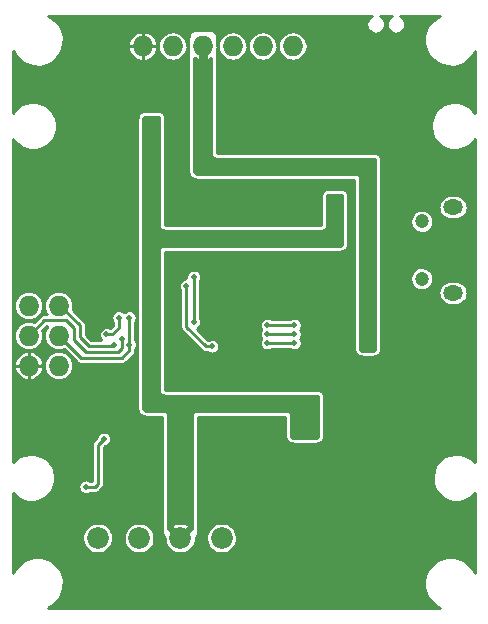
<source format=gbl>
G04 #@! TF.GenerationSoftware,KiCad,Pcbnew,no-vcs-found-90668f9~60~ubuntu16.04.1*
G04 #@! TF.CreationDate,2017-09-09T17:52:20+08:00*
G04 #@! TF.ProjectId,TINY-REFLOW-CONTROLLER-0R20,54494E592D5245464C4F572D434F4E54,rev?*
G04 #@! TF.SameCoordinates,PX8f0d180PY5f5e100*
G04 #@! TF.FileFunction,Copper,L2,Bot,Signal*
G04 #@! TF.FilePolarity,Positive*
%FSLAX46Y46*%
G04 Gerber Fmt 4.6, Leading zero omitted, Abs format (unit mm)*
G04 Created by KiCad (PCBNEW no-vcs-found-90668f9~60~ubuntu16.04.1) date Sat Sep  9 17:52:20 2017*
%MOMM*%
%LPD*%
G01*
G04 APERTURE LIST*
%ADD10C,1.200000*%
%ADD11O,1.700000X1.300000*%
%ADD12O,1.727200X1.727200*%
%ADD13C,1.848000*%
%ADD14C,0.500000*%
%ADD15C,0.381000*%
%ADD16C,0.254000*%
%ADD17C,0.508000*%
%ADD18C,0.253000*%
G04 APERTURE END LIST*
D10*
X35051000Y28309000D03*
X35051000Y33159000D03*
D11*
X37701000Y27109000D03*
X37701000Y34359000D03*
D12*
X24130000Y48006000D03*
X21590000Y48006000D03*
X19050000Y48006000D03*
X16510000Y48006000D03*
X13970000Y48006000D03*
X11430000Y48006000D03*
X4318000Y26035000D03*
X1778000Y26035000D03*
X4318000Y23495000D03*
X1778000Y23495000D03*
X4318000Y20955000D03*
X1778000Y20955000D03*
D13*
X14605000Y6350000D03*
X18105000Y6350000D03*
X7620000Y6350000D03*
X11120000Y6350000D03*
D14*
X10160000Y11430000D03*
X30480000Y6350000D03*
X35560000Y6350000D03*
X34290000Y5080000D03*
X25400000Y2540000D03*
X25400000Y5080000D03*
X24130000Y3810000D03*
X12700000Y5080000D03*
X10160000Y5080000D03*
X13970000Y1270000D03*
X11430000Y1270000D03*
X6350000Y1270000D03*
X5080000Y2540000D03*
X6350000Y3810000D03*
X7620000Y2540000D03*
X8890000Y3810000D03*
X10160000Y2540000D03*
X11430000Y3810000D03*
X12700000Y2540000D03*
X13970000Y3810000D03*
X15240000Y2540000D03*
X16510000Y3810000D03*
X17780000Y2540000D03*
X19050000Y3810000D03*
X20320000Y2540000D03*
X20320000Y5080000D03*
X20320000Y7620000D03*
X20320000Y10160000D03*
X20320000Y12700000D03*
X20320000Y15240000D03*
X21590000Y13970000D03*
X25400000Y10160000D03*
X24130000Y11430000D03*
X21590000Y8890000D03*
X21590000Y6350000D03*
X22860000Y5080000D03*
X24130000Y6350000D03*
X22860000Y7620000D03*
X24130000Y8890000D03*
X25400000Y7620000D03*
X8890000Y7620000D03*
X10160000Y8890000D03*
X8890000Y10160000D03*
X36830000Y25400000D03*
X34290000Y22860000D03*
X34290000Y17780000D03*
X36830000Y38100000D03*
X34290000Y43180000D03*
X34290000Y40640000D03*
X35560000Y39370000D03*
X34290000Y38100000D03*
X35560000Y36830000D03*
X34290000Y35560000D03*
X33020000Y31750000D03*
X33020000Y34290000D03*
X34290000Y7620000D03*
X31750000Y5080000D03*
X33020000Y6350000D03*
X31750000Y7620000D03*
X33020000Y8890000D03*
X31750000Y10160000D03*
X31750000Y12700000D03*
X33020000Y13970000D03*
X34290000Y15240000D03*
X35560000Y21590000D03*
X35560000Y13970000D03*
X36830000Y15240000D03*
X35560000Y16510000D03*
X35560000Y19050000D03*
X25400000Y21590000D03*
X27940000Y24130000D03*
X27940000Y26670000D03*
X27940000Y29210000D03*
X26670000Y27940000D03*
X26670000Y25400000D03*
X26670000Y22860000D03*
X24130000Y20320000D03*
X6350000Y16510000D03*
X6350000Y19050000D03*
X8890000Y19050000D03*
X10160000Y17780000D03*
X7620000Y20320000D03*
X17780000Y20320000D03*
X12700000Y10160000D03*
X12700000Y12700000D03*
X5080000Y48260000D03*
X38100000Y45720000D03*
X5080000Y40640000D03*
X7620000Y43180000D03*
X10160000Y40640000D03*
X22860000Y35560000D03*
X20320000Y35560000D03*
X7620000Y27940000D03*
X27940000Y34544000D03*
X27432000Y34036000D03*
X30099000Y23114000D03*
X30861000Y23876000D03*
X30099000Y23876000D03*
X10160000Y20320000D03*
X7620000Y17780000D03*
X15240000Y20320000D03*
X20320000Y20320000D03*
X10160000Y38100000D03*
X10160000Y43180000D03*
X7620000Y40640000D03*
X7620000Y33020000D03*
X2540000Y33020000D03*
X2540000Y38100000D03*
X5080000Y43180000D03*
X2540000Y45720000D03*
X28956000Y43942000D03*
X30226000Y41402000D03*
X21844000Y25400000D03*
X22098000Y29210000D03*
X17018000Y25146000D03*
X17526000Y29210000D03*
X19558000Y27178000D03*
X20174000Y27810000D03*
X20174000Y26610000D03*
X18974000Y26610000D03*
X18974000Y27810000D03*
X6616000Y10680000D03*
X8128000Y14732000D03*
X12700000Y41656000D03*
X12192000Y41656000D03*
X11684000Y41656000D03*
X17526000Y31496000D03*
X17526000Y32004000D03*
X11633000Y26797000D03*
X11633000Y27432000D03*
X11633000Y28067000D03*
X12446000Y17526000D03*
X12434000Y21832000D03*
X25908000Y15240000D03*
X25146000Y15240000D03*
X24384000Y15240000D03*
X25908000Y15748000D03*
X25146000Y15748000D03*
X24384000Y15748000D03*
X10287000Y25019000D03*
X10302000Y22718000D03*
X9652000Y23241000D03*
X9002000Y22733000D03*
X17293783Y22584217D03*
X21971000Y22860000D03*
X15113000Y27710000D03*
X24257000Y22860000D03*
X15748000Y28448000D03*
X15748000Y24638000D03*
X9398000Y25019000D03*
X8352000Y23592000D03*
X21971000Y23622000D03*
X24257000Y23622000D03*
X24257000Y24384000D03*
X21971000Y24384000D03*
D15*
X8890000Y10160000D02*
X10160000Y11430000D01*
X34290000Y5080000D02*
X35560000Y6350000D01*
X24130000Y3810000D02*
X25400000Y2540000D01*
X22860000Y5080000D02*
X24130000Y3810000D01*
X8890000Y3810000D02*
X10160000Y5080000D01*
X10160000Y2540000D02*
X11430000Y1270000D01*
X6350000Y3810000D02*
X5080000Y2540000D01*
X8890000Y3810000D02*
X7620000Y2540000D01*
X11430000Y3810000D02*
X10160000Y2540000D01*
X13970000Y3810000D02*
X12700000Y2540000D01*
X16510000Y3810000D02*
X15240000Y2540000D01*
X19050000Y3810000D02*
X17780000Y2540000D01*
X20320000Y5080000D02*
X20320000Y2540000D01*
X21590000Y8890000D02*
X20320000Y7620000D01*
X20320000Y15240000D02*
X20320000Y12700000D01*
X24130000Y11430000D02*
X21590000Y13970000D01*
X24130000Y11430000D02*
X25400000Y10160000D01*
X21590000Y6350000D02*
X21590000Y8890000D01*
X24130000Y6350000D02*
X22860000Y5080000D01*
X24130000Y8890000D02*
X22860000Y7620000D01*
X31750000Y7620000D02*
X25400000Y7620000D01*
X10160000Y8890000D02*
X8890000Y7620000D01*
X12700000Y10160000D02*
X8890000Y10160000D01*
X35560000Y21590000D02*
X34290000Y22860000D01*
X34290000Y38100000D02*
X36830000Y38100000D01*
X34290000Y40640000D02*
X34290000Y43180000D01*
D16*
X34290000Y40640000D02*
X33528000Y41402000D01*
D15*
X35560000Y39370000D02*
X34290000Y40640000D01*
D16*
X35560000Y39370000D02*
X35560000Y43180000D01*
X33528000Y41402000D02*
X30226000Y41402000D01*
X35560000Y43180000D02*
X38100000Y45720000D01*
D15*
X34290000Y35560000D02*
X35560000Y36830000D01*
X33020000Y34290000D02*
X33020000Y31750000D01*
X33020000Y6350000D02*
X31750000Y5080000D01*
X33020000Y8890000D02*
X31750000Y7620000D01*
X31750000Y12700000D02*
X31750000Y10160000D01*
X35560000Y13970000D02*
X33020000Y13970000D01*
X35560000Y19050000D02*
X35560000Y21590000D01*
X35560000Y16510000D02*
X36830000Y15240000D01*
X30480000Y19050000D02*
X35560000Y19050000D01*
X26670000Y22860000D02*
X30480000Y19050000D01*
X27940000Y26670000D02*
X27940000Y24130000D01*
X26670000Y27940000D02*
X27940000Y29210000D01*
X26670000Y22860000D02*
X26670000Y25400000D01*
X20320000Y20320000D02*
X24130000Y20320000D01*
D16*
X7620000Y20320000D02*
X6350000Y19050000D01*
X7620000Y20320000D02*
X10160000Y17780000D01*
X15240000Y20320000D02*
X17780000Y20320000D01*
X7620000Y17780000D02*
X12700000Y12700000D01*
X5080000Y43180000D02*
X5080000Y40640000D01*
X20320000Y35560000D02*
X22860000Y35560000D01*
X7620000Y33020000D02*
X7620000Y27940000D01*
D17*
X27432000Y34036000D02*
X27432000Y32004000D01*
X27178000Y31750000D02*
X17780000Y31750000D01*
X27432000Y32004000D02*
X27178000Y31750000D01*
D16*
X17780000Y31750000D02*
X17526000Y31496000D01*
X30861000Y23876000D02*
X30099000Y23876000D01*
X30861000Y23876000D02*
X30734000Y24003000D01*
X30734000Y24003000D02*
X30734000Y37846000D01*
X30734000Y37846000D02*
X16510000Y37846000D01*
X16510000Y37846000D02*
X16510000Y48006000D01*
X1778000Y18542000D02*
X2540000Y17780000D01*
X2540000Y17780000D02*
X7620000Y17780000D01*
X1778000Y20955000D02*
X1778000Y18542000D01*
X20174000Y26610000D02*
X20174000Y20466000D01*
X20174000Y20466000D02*
X20320000Y20320000D01*
X7620000Y40640000D02*
X10160000Y43180000D01*
X2540000Y33020000D02*
X7620000Y33020000D01*
X5080000Y40640000D02*
X2540000Y38100000D01*
X7366000Y48006000D02*
X5080000Y45720000D01*
X5080000Y45720000D02*
X2540000Y45720000D01*
X11430000Y48006000D02*
X7366000Y48006000D01*
X29210000Y41910000D02*
X28956000Y42164000D01*
X28956000Y42164000D02*
X28956000Y43942000D01*
X29718000Y41402000D02*
X29210000Y41910000D01*
X30226000Y41402000D02*
X29718000Y41402000D01*
X22098000Y29210000D02*
X22098000Y25654000D01*
X22098000Y25654000D02*
X21844000Y25400000D01*
X17526000Y29210000D02*
X22098000Y29210000D01*
X17018000Y28702000D02*
X17018000Y25146000D01*
X17526000Y29210000D02*
X17018000Y28702000D01*
X18974000Y27810000D02*
X18926000Y27810000D01*
X18926000Y27810000D02*
X17526000Y29210000D01*
X18974000Y26610000D02*
X18990000Y26610000D01*
X18990000Y26610000D02*
X19558000Y27178000D01*
X6616000Y10680000D02*
X7378000Y10680000D01*
X7378000Y10680000D02*
X7620000Y10922000D01*
X7620000Y14224000D02*
X7620000Y10922000D01*
X8128000Y14732000D02*
X7620000Y14224000D01*
D17*
X12192000Y41656000D02*
X12192000Y28626000D01*
X12192000Y28626000D02*
X11633000Y28067000D01*
X11684000Y41656000D02*
X12192000Y41656000D01*
D16*
X17526000Y32004000D02*
X17526000Y31496000D01*
D17*
X15494000Y17272000D02*
X15494000Y7239000D01*
X15494000Y7239000D02*
X14605000Y6350000D01*
X16002000Y17780000D02*
X15494000Y17272000D01*
X25908000Y17780000D02*
X16002000Y17780000D01*
X25908000Y15748000D02*
X25908000Y17780000D01*
X24384000Y15748000D02*
X24384000Y17780000D01*
X24384000Y17780000D02*
X14986000Y17780000D01*
X14986000Y17780000D02*
X13716000Y16510000D01*
X13716000Y16510000D02*
X13716000Y7239000D01*
X13716000Y7239000D02*
X14605000Y6350000D01*
D16*
X12446000Y17526000D02*
X24638000Y17526000D01*
X24638000Y17526000D02*
X25146000Y17018000D01*
X25146000Y17018000D02*
X25146000Y15748000D01*
X12434000Y21832000D02*
X12434000Y17538000D01*
X12434000Y17538000D02*
X12446000Y17526000D01*
X25146000Y15240000D02*
X25908000Y15240000D01*
X24384000Y15748000D02*
X24384000Y15240000D01*
X25146000Y15748000D02*
X24384000Y15748000D01*
X10302000Y22718000D02*
X10302000Y22240000D01*
X10302000Y22240000D02*
X9652000Y21590000D01*
X9652000Y21590000D02*
X6223000Y21590000D01*
X6223000Y21590000D02*
X4318000Y23495000D01*
X10287000Y25019000D02*
X10302000Y25004000D01*
X10302000Y25004000D02*
X10302000Y22718000D01*
X9652000Y23241000D02*
X9652000Y22449118D01*
X9652000Y22449118D02*
X9300882Y22098000D01*
X9300882Y22098000D02*
X6604000Y22098000D01*
X3073399Y24790399D02*
X1778000Y23495000D01*
X6604000Y22098000D02*
X5588000Y23114000D01*
X5588000Y23114000D02*
X5588000Y24130000D01*
X5588000Y24130000D02*
X4927601Y24790399D01*
X4927601Y24790399D02*
X3073399Y24790399D01*
X4318000Y26035000D02*
X4445000Y26035000D01*
X8875000Y22606000D02*
X9002000Y22733000D01*
X4445000Y26035000D02*
X6096000Y24384000D01*
X6858000Y22606000D02*
X8875000Y22606000D01*
X6096000Y24384000D02*
X6096000Y23368000D01*
X6096000Y23368000D02*
X6858000Y22606000D01*
X17293783Y22584217D02*
X16785783Y22584217D01*
X16785783Y22584217D02*
X15113000Y24257000D01*
X15113000Y24257000D02*
X15113000Y27710000D01*
X21971000Y22860000D02*
X24257000Y22860000D01*
X15748000Y28448000D02*
X15748000Y24638000D01*
X15769783Y24659783D02*
X15748000Y24638000D01*
X9398000Y25019000D02*
X9398000Y24130000D01*
X9398000Y24130000D02*
X8860000Y23592000D01*
X8860000Y23592000D02*
X8352000Y23592000D01*
X21971000Y23622000D02*
X24257000Y23622000D01*
X24257000Y24384000D02*
X21971000Y24384000D01*
G36*
X16764000Y48260000D02*
X16784000Y48260000D01*
X16784000Y47752000D01*
X16764000Y47752000D01*
X16764000Y46882832D01*
X16951475Y46842317D01*
X17170015Y46950804D01*
X17208500Y46980496D01*
X17208500Y38858000D01*
X17209112Y38845551D01*
X17213916Y38796778D01*
X17218772Y38772362D01*
X17232998Y38725464D01*
X17242526Y38702461D01*
X17265629Y38659239D01*
X17279460Y38638540D01*
X17310550Y38600656D01*
X17328156Y38583050D01*
X17366040Y38551960D01*
X17386739Y38538129D01*
X17429961Y38515026D01*
X17452964Y38505498D01*
X17499862Y38491272D01*
X17524278Y38486416D01*
X17573051Y38481612D01*
X17585500Y38481000D01*
X30985764Y38481000D01*
X31015874Y38478034D01*
X31038835Y38471069D01*
X31059996Y38459758D01*
X31078540Y38444540D01*
X31093758Y38425996D01*
X31105069Y38404835D01*
X31112034Y38381874D01*
X31115000Y38351764D01*
X31115000Y22354236D01*
X31112034Y22324126D01*
X31105069Y22301165D01*
X31093758Y22280004D01*
X31078540Y22261460D01*
X31059996Y22246242D01*
X31038835Y22234931D01*
X31015874Y22227966D01*
X30985764Y22225000D01*
X29974236Y22225000D01*
X29944126Y22227966D01*
X29921165Y22234931D01*
X29900004Y22246242D01*
X29881460Y22261460D01*
X29866242Y22280004D01*
X29854931Y22301165D01*
X29847966Y22324126D01*
X29845000Y22354236D01*
X29845000Y36834000D01*
X29844388Y36846449D01*
X29839584Y36895222D01*
X29834728Y36919638D01*
X29820502Y36966536D01*
X29810974Y36989539D01*
X29787871Y37032761D01*
X29774040Y37053460D01*
X29742950Y37091344D01*
X29725344Y37108950D01*
X29687460Y37140040D01*
X29666761Y37153871D01*
X29623539Y37176974D01*
X29600536Y37186502D01*
X29553638Y37200728D01*
X29529222Y37205584D01*
X29480449Y37210388D01*
X29468000Y37211000D01*
X15940736Y37211000D01*
X15910626Y37213966D01*
X15887665Y37220931D01*
X15866504Y37232242D01*
X15847960Y37247460D01*
X15832742Y37266004D01*
X15821431Y37287165D01*
X15814466Y37310126D01*
X15811500Y37340236D01*
X15811500Y46980496D01*
X15849985Y46950804D01*
X16068525Y46842317D01*
X16256000Y46882832D01*
X16256000Y47752000D01*
X16236000Y47752000D01*
X16236000Y48260000D01*
X16256000Y48260000D01*
X16256000Y48280000D01*
X16764000Y48280000D01*
X16764000Y48260000D01*
X16764000Y48260000D01*
G37*
X16764000Y48260000D02*
X16784000Y48260000D01*
X16784000Y47752000D01*
X16764000Y47752000D01*
X16764000Y46882832D01*
X16951475Y46842317D01*
X17170015Y46950804D01*
X17208500Y46980496D01*
X17208500Y38858000D01*
X17209112Y38845551D01*
X17213916Y38796778D01*
X17218772Y38772362D01*
X17232998Y38725464D01*
X17242526Y38702461D01*
X17265629Y38659239D01*
X17279460Y38638540D01*
X17310550Y38600656D01*
X17328156Y38583050D01*
X17366040Y38551960D01*
X17386739Y38538129D01*
X17429961Y38515026D01*
X17452964Y38505498D01*
X17499862Y38491272D01*
X17524278Y38486416D01*
X17573051Y38481612D01*
X17585500Y38481000D01*
X30985764Y38481000D01*
X31015874Y38478034D01*
X31038835Y38471069D01*
X31059996Y38459758D01*
X31078540Y38444540D01*
X31093758Y38425996D01*
X31105069Y38404835D01*
X31112034Y38381874D01*
X31115000Y38351764D01*
X31115000Y22354236D01*
X31112034Y22324126D01*
X31105069Y22301165D01*
X31093758Y22280004D01*
X31078540Y22261460D01*
X31059996Y22246242D01*
X31038835Y22234931D01*
X31015874Y22227966D01*
X30985764Y22225000D01*
X29974236Y22225000D01*
X29944126Y22227966D01*
X29921165Y22234931D01*
X29900004Y22246242D01*
X29881460Y22261460D01*
X29866242Y22280004D01*
X29854931Y22301165D01*
X29847966Y22324126D01*
X29845000Y22354236D01*
X29845000Y36834000D01*
X29844388Y36846449D01*
X29839584Y36895222D01*
X29834728Y36919638D01*
X29820502Y36966536D01*
X29810974Y36989539D01*
X29787871Y37032761D01*
X29774040Y37053460D01*
X29742950Y37091344D01*
X29725344Y37108950D01*
X29687460Y37140040D01*
X29666761Y37153871D01*
X29623539Y37176974D01*
X29600536Y37186502D01*
X29553638Y37200728D01*
X29529222Y37205584D01*
X29480449Y37210388D01*
X29468000Y37211000D01*
X15940736Y37211000D01*
X15910626Y37213966D01*
X15887665Y37220931D01*
X15866504Y37232242D01*
X15847960Y37247460D01*
X15832742Y37266004D01*
X15821431Y37287165D01*
X15814466Y37310126D01*
X15811500Y37340236D01*
X15811500Y46980496D01*
X15849985Y46950804D01*
X16068525Y46842317D01*
X16256000Y46882832D01*
X16256000Y47752000D01*
X16236000Y47752000D01*
X16236000Y48260000D01*
X16256000Y48260000D01*
X16256000Y48280000D01*
X16764000Y48280000D01*
X16764000Y48260000D01*
D18*
G36*
X30790648Y50533029D02*
X30662569Y50449217D01*
X30553209Y50342124D01*
X30466733Y50215828D01*
X30406434Y50075142D01*
X30374611Y49925423D01*
X30372474Y49772373D01*
X30400105Y49621824D01*
X30456451Y49479509D01*
X30539367Y49350848D01*
X30645694Y49240743D01*
X30771383Y49153387D01*
X30911645Y49092108D01*
X31061138Y49059240D01*
X31214169Y49056034D01*
X31364908Y49082614D01*
X31507613Y49137965D01*
X31636849Y49219981D01*
X31747694Y49325537D01*
X31835925Y49450613D01*
X31898182Y49590444D01*
X31932093Y49739704D01*
X31934534Y49914532D01*
X31904804Y50064681D01*
X31846475Y50206196D01*
X31761771Y50333686D01*
X31653917Y50442296D01*
X31527021Y50527888D01*
X31487503Y50544500D01*
X32519040Y50544500D01*
X32490648Y50533029D01*
X32362569Y50449217D01*
X32253209Y50342124D01*
X32166733Y50215828D01*
X32106434Y50075142D01*
X32074611Y49925423D01*
X32072474Y49772373D01*
X32100105Y49621824D01*
X32156451Y49479509D01*
X32239367Y49350848D01*
X32345694Y49240743D01*
X32471383Y49153387D01*
X32611645Y49092108D01*
X32761138Y49059240D01*
X32914169Y49056034D01*
X33064908Y49082614D01*
X33207613Y49137965D01*
X33336849Y49219981D01*
X33447694Y49325537D01*
X33535925Y49450613D01*
X33598182Y49590444D01*
X33632093Y49739704D01*
X33634534Y49914532D01*
X33604804Y50064681D01*
X33546475Y50206196D01*
X33461771Y50333686D01*
X33353917Y50442296D01*
X33227021Y50527888D01*
X33187503Y50544500D01*
X36616492Y50544500D01*
X36463480Y50482679D01*
X36098116Y50243592D01*
X35786149Y49938091D01*
X35539463Y49577814D01*
X35367452Y49176484D01*
X35276670Y48749386D01*
X35270573Y48312790D01*
X35349395Y47883324D01*
X35510133Y47477347D01*
X35746664Y47110323D01*
X36049979Y46796231D01*
X36408525Y46547035D01*
X36808645Y46372227D01*
X37235098Y46278465D01*
X37671641Y46269321D01*
X38101647Y46345142D01*
X38508736Y46503042D01*
X38877403Y46737005D01*
X39193605Y47038120D01*
X39445298Y47394917D01*
X39544500Y47617729D01*
X39544500Y42361693D01*
X39428023Y42537004D01*
X39147990Y42819000D01*
X38818516Y43041233D01*
X38452152Y43195238D01*
X38062852Y43275150D01*
X37665444Y43277924D01*
X37275067Y43203456D01*
X36906588Y43054581D01*
X36574044Y42836970D01*
X36290100Y42558912D01*
X36065572Y42230997D01*
X35909013Y41865717D01*
X35826385Y41476985D01*
X35820837Y41079606D01*
X35892578Y40688718D01*
X36038877Y40319209D01*
X36254161Y39985154D01*
X36530230Y39699276D01*
X36856569Y39472464D01*
X37220747Y39313359D01*
X37608893Y39228019D01*
X38006223Y39219696D01*
X38397603Y39288707D01*
X38768124Y39432423D01*
X39103675Y39645370D01*
X39391473Y39919436D01*
X39544500Y40136366D01*
X39544500Y12770762D01*
X39297990Y13019000D01*
X38968516Y13241233D01*
X38602152Y13395238D01*
X38212852Y13475150D01*
X37815444Y13477924D01*
X37425067Y13403456D01*
X37056588Y13254581D01*
X36724044Y13036970D01*
X36440100Y12758912D01*
X36215572Y12430997D01*
X36059013Y12065717D01*
X35976385Y11676985D01*
X35970837Y11279606D01*
X36042578Y10888718D01*
X36188877Y10519209D01*
X36404161Y10185154D01*
X36680230Y9899276D01*
X37006569Y9672464D01*
X37370747Y9513359D01*
X37758893Y9428019D01*
X38156223Y9419696D01*
X38547603Y9488707D01*
X38918124Y9632423D01*
X39253675Y9845370D01*
X39541473Y10119436D01*
X39544500Y10123727D01*
X39544500Y3382674D01*
X39475395Y3550336D01*
X39233762Y3914022D01*
X38926091Y4223848D01*
X38564101Y4468014D01*
X38161580Y4637218D01*
X37733859Y4725017D01*
X37297230Y4728065D01*
X36868325Y4646247D01*
X36463480Y4482679D01*
X36098116Y4243592D01*
X35786149Y3938091D01*
X35539463Y3577814D01*
X35367452Y3176484D01*
X35276670Y2749386D01*
X35270573Y2312790D01*
X35349395Y1883324D01*
X35510133Y1477347D01*
X35746664Y1110323D01*
X36049979Y796231D01*
X36408525Y547035D01*
X36618040Y455500D01*
X3386166Y455500D01*
X3508736Y503042D01*
X3877403Y737005D01*
X4193605Y1038120D01*
X4445298Y1394917D01*
X4622895Y1793807D01*
X4719631Y2219595D01*
X4726595Y2718320D01*
X4641785Y3146643D01*
X4475395Y3550336D01*
X4233762Y3914022D01*
X3926091Y4223848D01*
X3564101Y4468014D01*
X3161580Y4637218D01*
X2733859Y4725017D01*
X2297230Y4728065D01*
X1868325Y4646247D01*
X1463480Y4482679D01*
X1098116Y4243592D01*
X786149Y3938091D01*
X539463Y3577814D01*
X455500Y3381914D01*
X455500Y6240314D01*
X6313785Y6240314D01*
X6359967Y5988691D01*
X6454142Y5750831D01*
X6592725Y5535792D01*
X6770437Y5351766D01*
X6980508Y5205763D01*
X7214937Y5103344D01*
X7464795Y5048409D01*
X7720564Y5043051D01*
X7972503Y5087475D01*
X8211016Y5179988D01*
X8427016Y5317066D01*
X8612278Y5493488D01*
X8759744Y5702535D01*
X8863798Y5936243D01*
X8920476Y6185712D01*
X8921238Y6240314D01*
X9813785Y6240314D01*
X9859967Y5988691D01*
X9954142Y5750831D01*
X10092725Y5535792D01*
X10270437Y5351766D01*
X10480508Y5205763D01*
X10714937Y5103344D01*
X10964795Y5048409D01*
X11220564Y5043051D01*
X11472503Y5087475D01*
X11711016Y5179988D01*
X11927016Y5317066D01*
X12112278Y5493488D01*
X12259744Y5702535D01*
X12363798Y5936243D01*
X12420476Y6185712D01*
X12424556Y6477913D01*
X12374866Y6728866D01*
X12277378Y6965389D01*
X12135807Y7178472D01*
X11955543Y7359998D01*
X11743454Y7503054D01*
X11507618Y7602190D01*
X11257017Y7653631D01*
X11001198Y7655417D01*
X10749903Y7607480D01*
X10512706Y7511646D01*
X10298640Y7371566D01*
X10115860Y7192574D01*
X9971327Y6981488D01*
X9870546Y6746350D01*
X9817357Y6496115D01*
X9813785Y6240314D01*
X8921238Y6240314D01*
X8924556Y6477913D01*
X8874866Y6728866D01*
X8777378Y6965389D01*
X8635807Y7178472D01*
X8455543Y7359998D01*
X8243454Y7503054D01*
X8007618Y7602190D01*
X7757017Y7653631D01*
X7501198Y7655417D01*
X7249903Y7607480D01*
X7012706Y7511646D01*
X6798640Y7371566D01*
X6615860Y7192574D01*
X6471327Y6981488D01*
X6370546Y6746350D01*
X6317357Y6496115D01*
X6313785Y6240314D01*
X455500Y6240314D01*
X455500Y10131991D01*
X680230Y9899276D01*
X1006569Y9672464D01*
X1370747Y9513359D01*
X1758893Y9428019D01*
X2156223Y9419696D01*
X2547603Y9488707D01*
X2918124Y9632423D01*
X3253675Y9845370D01*
X3541473Y10119436D01*
X3770557Y10444184D01*
X3851945Y10626986D01*
X5984671Y10626986D01*
X6006992Y10505370D01*
X6052509Y10390405D01*
X6119490Y10286471D01*
X6205383Y10197527D01*
X6306916Y10126959D01*
X6420222Y10077457D01*
X6540985Y10050906D01*
X6664605Y10048316D01*
X6786374Y10069787D01*
X6901654Y10114501D01*
X6993045Y10172500D01*
X7378000Y10172500D01*
X7424663Y10177075D01*
X7471355Y10181160D01*
X7473918Y10181905D01*
X7476574Y10182165D01*
X7521430Y10195708D01*
X7566469Y10208793D01*
X7568841Y10210022D01*
X7571393Y10210793D01*
X7612774Y10232795D01*
X7654405Y10254375D01*
X7656490Y10256039D01*
X7658846Y10257292D01*
X7695157Y10286907D01*
X7731811Y10316167D01*
X7735529Y10319834D01*
X7735602Y10319893D01*
X7735658Y10319960D01*
X7736857Y10321143D01*
X7978857Y10563144D01*
X8008612Y10599368D01*
X8038745Y10635279D01*
X8040030Y10637617D01*
X8041725Y10639680D01*
X8063880Y10681000D01*
X8086461Y10722074D01*
X8087268Y10724619D01*
X8088529Y10726970D01*
X8102238Y10771808D01*
X8116410Y10816485D01*
X8116707Y10819136D01*
X8117488Y10821689D01*
X8122224Y10868320D01*
X8127451Y10914914D01*
X8127487Y10920131D01*
X8127497Y10920229D01*
X8127488Y10920320D01*
X8127500Y10922000D01*
X8127500Y14013786D01*
X8222041Y14108328D01*
X8298374Y14121787D01*
X8413654Y14166501D01*
X8518053Y14232755D01*
X8607595Y14318025D01*
X8678869Y14419063D01*
X8729161Y14532020D01*
X8756555Y14652595D01*
X8758527Y14793824D01*
X8734511Y14915116D01*
X8687392Y15029434D01*
X8618967Y15132423D01*
X8531841Y15220159D01*
X8429332Y15289302D01*
X8315346Y15337218D01*
X8194224Y15362080D01*
X8070580Y15362944D01*
X7949122Y15339774D01*
X7834478Y15293455D01*
X7731015Y15225750D01*
X7642672Y15139239D01*
X7572815Y15037216D01*
X7524105Y14923567D01*
X7503118Y14824832D01*
X7261143Y14582857D01*
X7231367Y14546607D01*
X7201255Y14510721D01*
X7199970Y14508383D01*
X7198275Y14506320D01*
X7176120Y14465000D01*
X7153539Y14423926D01*
X7152732Y14421381D01*
X7151471Y14419030D01*
X7137758Y14374180D01*
X7123590Y14329515D01*
X7123293Y14326866D01*
X7122512Y14324312D01*
X7117775Y14277675D01*
X7112549Y14231086D01*
X7112513Y14225869D01*
X7112503Y14225771D01*
X7112512Y14225680D01*
X7112500Y14224000D01*
X7112500Y11187500D01*
X6991167Y11187500D01*
X6917332Y11237302D01*
X6803346Y11285218D01*
X6682224Y11310080D01*
X6558580Y11310944D01*
X6437122Y11287774D01*
X6322478Y11241455D01*
X6219015Y11173750D01*
X6130672Y11087239D01*
X6060815Y10985216D01*
X6012105Y10871567D01*
X5986397Y10750621D01*
X5984671Y10626986D01*
X3851945Y10626986D01*
X3932201Y10807242D01*
X4020248Y11194783D01*
X4026587Y11648709D01*
X3949394Y12038557D01*
X3797951Y12405987D01*
X3578023Y12737004D01*
X3297990Y13019000D01*
X2968516Y13241233D01*
X2602152Y13395238D01*
X2212852Y13475150D01*
X1815444Y13477924D01*
X1425067Y13403456D01*
X1056588Y13254581D01*
X724044Y13036970D01*
X455500Y12773993D01*
X455500Y20759886D01*
X549295Y20759886D01*
X610969Y20523927D01*
X717491Y20304533D01*
X864768Y20110136D01*
X1047140Y19948207D01*
X1257599Y19824969D01*
X1488056Y19745157D01*
X1582886Y19726295D01*
X1777500Y19806025D01*
X1777500Y20954500D01*
X1778500Y20954500D01*
X1778500Y19806025D01*
X1973114Y19726295D01*
X2067944Y19745157D01*
X2298401Y19824969D01*
X2508860Y19948207D01*
X2691232Y20110136D01*
X2838509Y20304533D01*
X2945031Y20523927D01*
X3006705Y20759886D01*
X2926975Y20954500D01*
X1778500Y20954500D01*
X1777500Y20954500D01*
X629025Y20954500D01*
X549295Y20759886D01*
X455500Y20759886D01*
X455500Y21150114D01*
X549295Y21150114D01*
X629025Y20955500D01*
X1777500Y20955500D01*
X1777500Y22103975D01*
X1778500Y22103975D01*
X1778500Y20955500D01*
X2926975Y20955500D01*
X2929236Y20961020D01*
X3073900Y20961020D01*
X3073900Y20948980D01*
X3097594Y20707333D01*
X3167772Y20474890D01*
X3281763Y20260506D01*
X3435223Y20072345D01*
X3622308Y19917574D01*
X3835892Y19802090D01*
X4067839Y19730290D01*
X4309315Y19704910D01*
X4551121Y19726916D01*
X4784048Y19795471D01*
X4999223Y19907962D01*
X5188451Y20060105D01*
X5344524Y20246105D01*
X5461496Y20458877D01*
X5534913Y20690317D01*
X5561979Y20931610D01*
X5562100Y20948980D01*
X5562100Y20961020D01*
X5538406Y21202667D01*
X5468228Y21435110D01*
X5354237Y21649494D01*
X5200777Y21837655D01*
X5013692Y21992426D01*
X4800108Y22107910D01*
X4568161Y22179710D01*
X4326685Y22205090D01*
X4084879Y22183084D01*
X3851952Y22114529D01*
X3636777Y22002038D01*
X3447549Y21849895D01*
X3291476Y21663895D01*
X3174504Y21451123D01*
X3101087Y21219683D01*
X3074021Y20978390D01*
X3073900Y20961020D01*
X2929236Y20961020D01*
X3006705Y21150114D01*
X2945031Y21386073D01*
X2838509Y21605467D01*
X2691232Y21799864D01*
X2508860Y21961793D01*
X2298401Y22085031D01*
X2067944Y22164843D01*
X1973114Y22183705D01*
X1778500Y22103975D01*
X1777500Y22103975D01*
X1582886Y22183705D01*
X1488056Y22164843D01*
X1257599Y22085031D01*
X1047140Y21961793D01*
X864768Y21799864D01*
X717491Y21605467D01*
X610969Y21386073D01*
X549295Y21150114D01*
X455500Y21150114D01*
X455500Y23501020D01*
X533900Y23501020D01*
X533900Y23488980D01*
X557594Y23247333D01*
X627772Y23014890D01*
X741763Y22800506D01*
X895223Y22612345D01*
X1082308Y22457574D01*
X1295892Y22342090D01*
X1527839Y22270290D01*
X1769315Y22244910D01*
X2011121Y22266916D01*
X2244048Y22335471D01*
X2459223Y22447962D01*
X2648451Y22600105D01*
X2804524Y22786105D01*
X2921496Y22998877D01*
X2994913Y23230317D01*
X3021979Y23471610D01*
X3022100Y23488980D01*
X3022100Y23501020D01*
X2998406Y23742667D01*
X2939266Y23938552D01*
X3283613Y24282899D01*
X3357768Y24282899D01*
X3291476Y24203895D01*
X3174504Y23991123D01*
X3101087Y23759683D01*
X3074021Y23518390D01*
X3073900Y23501020D01*
X3073900Y23488980D01*
X3097594Y23247333D01*
X3167772Y23014890D01*
X3281763Y22800506D01*
X3435223Y22612345D01*
X3622308Y22457574D01*
X3835892Y22342090D01*
X4067839Y22270290D01*
X4309315Y22244910D01*
X4551121Y22266916D01*
X4765325Y22329961D01*
X5864143Y21231143D01*
X5900393Y21201367D01*
X5936279Y21171255D01*
X5938617Y21169970D01*
X5940680Y21168275D01*
X5982000Y21146120D01*
X6023074Y21123539D01*
X6025619Y21122732D01*
X6027970Y21121471D01*
X6072808Y21107762D01*
X6117485Y21093590D01*
X6120136Y21093293D01*
X6122689Y21092512D01*
X6169320Y21087776D01*
X6215914Y21082549D01*
X6221131Y21082513D01*
X6221229Y21082503D01*
X6221320Y21082512D01*
X6223000Y21082500D01*
X9652000Y21082500D01*
X9698663Y21087075D01*
X9745355Y21091160D01*
X9747918Y21091905D01*
X9750574Y21092165D01*
X9795430Y21105708D01*
X9840469Y21118793D01*
X9842841Y21120022D01*
X9845393Y21120793D01*
X9886774Y21142795D01*
X9928405Y21164375D01*
X9930490Y21166039D01*
X9932846Y21167292D01*
X9969157Y21196907D01*
X10005811Y21226167D01*
X10009529Y21229834D01*
X10009602Y21229893D01*
X10009658Y21229960D01*
X10010857Y21231143D01*
X10660857Y21881143D01*
X10690633Y21917393D01*
X10720745Y21953279D01*
X10722030Y21955617D01*
X10723725Y21957680D01*
X10745880Y21999000D01*
X10768461Y22040074D01*
X10769268Y22042619D01*
X10770529Y22044970D01*
X10784238Y22089808D01*
X10798410Y22134485D01*
X10798707Y22137136D01*
X10799488Y22139689D01*
X10804224Y22186320D01*
X10809451Y22232914D01*
X10809487Y22238131D01*
X10809497Y22238229D01*
X10809488Y22238320D01*
X10809500Y22240000D01*
X10809500Y22343583D01*
X10852869Y22405063D01*
X10903161Y22518020D01*
X10930555Y22638595D01*
X10932527Y22779824D01*
X10908511Y22901116D01*
X10861392Y23015434D01*
X10809500Y23093539D01*
X10809500Y24665847D01*
X10837869Y24706063D01*
X10888161Y24819020D01*
X10915555Y24939595D01*
X10917527Y25080824D01*
X10893511Y25202116D01*
X10846392Y25316434D01*
X10777967Y25419423D01*
X10690841Y25507159D01*
X10588332Y25576302D01*
X10474346Y25624218D01*
X10353224Y25649080D01*
X10229580Y25649944D01*
X10108122Y25626774D01*
X9993478Y25580455D01*
X9890015Y25512750D01*
X9842497Y25466218D01*
X9801841Y25507159D01*
X9699332Y25576302D01*
X9585346Y25624218D01*
X9464224Y25649080D01*
X9340580Y25649944D01*
X9219122Y25626774D01*
X9104478Y25580455D01*
X9001015Y25512750D01*
X8912672Y25426239D01*
X8842815Y25324216D01*
X8794105Y25210567D01*
X8768397Y25089621D01*
X8766671Y24965986D01*
X8788992Y24844370D01*
X8834509Y24729405D01*
X8890500Y24642524D01*
X8890500Y24340214D01*
X8680956Y24130670D01*
X8653332Y24149302D01*
X8539346Y24197218D01*
X8418224Y24222080D01*
X8294580Y24222944D01*
X8173122Y24199774D01*
X8058478Y24153455D01*
X7955015Y24085750D01*
X7866672Y23999239D01*
X7796815Y23897216D01*
X7748105Y23783567D01*
X7722397Y23662621D01*
X7720671Y23538986D01*
X7742992Y23417370D01*
X7788509Y23302405D01*
X7855490Y23198471D01*
X7937546Y23113500D01*
X7068214Y23113500D01*
X6603500Y23578214D01*
X6603500Y24384000D01*
X6598925Y24430663D01*
X6594840Y24477355D01*
X6594095Y24479918D01*
X6593835Y24482574D01*
X6580288Y24527444D01*
X6567207Y24572468D01*
X6565978Y24574839D01*
X6565207Y24577393D01*
X6543205Y24618774D01*
X6521626Y24660404D01*
X6519961Y24662490D01*
X6518708Y24664846D01*
X6489098Y24701151D01*
X6459833Y24737811D01*
X6456170Y24741525D01*
X6456107Y24741602D01*
X6456036Y24741661D01*
X6454857Y24742856D01*
X5509020Y25688693D01*
X5534913Y25770317D01*
X5561979Y26011610D01*
X5562100Y26028980D01*
X5562100Y26041020D01*
X5538406Y26282667D01*
X5468228Y26515110D01*
X5354237Y26729494D01*
X5200777Y26917655D01*
X5013692Y27072426D01*
X4800108Y27187910D01*
X4568161Y27259710D01*
X4326685Y27285090D01*
X4084879Y27263084D01*
X3851952Y27194529D01*
X3636777Y27082038D01*
X3447549Y26929895D01*
X3291476Y26743895D01*
X3174504Y26531123D01*
X3101087Y26299683D01*
X3074021Y26058390D01*
X3073900Y26041020D01*
X3073900Y26028980D01*
X3097594Y25787333D01*
X3167772Y25554890D01*
X3281763Y25340506D01*
X3316512Y25297899D01*
X3073399Y25297899D01*
X3026736Y25293324D01*
X2980044Y25289239D01*
X2977481Y25288494D01*
X2974825Y25288234D01*
X2929969Y25274691D01*
X2884930Y25261606D01*
X2882558Y25260377D01*
X2880006Y25259606D01*
X2838604Y25237593D01*
X2796995Y25216024D01*
X2794912Y25214361D01*
X2792553Y25213107D01*
X2756220Y25183475D01*
X2719588Y25154232D01*
X2715870Y25150565D01*
X2715797Y25150506D01*
X2715741Y25150439D01*
X2714542Y25149256D01*
X2224285Y24658999D01*
X2028161Y24719710D01*
X1786685Y24745090D01*
X1544879Y24723084D01*
X1311952Y24654529D01*
X1096777Y24542038D01*
X907549Y24389895D01*
X751476Y24203895D01*
X634504Y23991123D01*
X561087Y23759683D01*
X534021Y23518390D01*
X533900Y23501020D01*
X455500Y23501020D01*
X455500Y26041020D01*
X533900Y26041020D01*
X533900Y26028980D01*
X557594Y25787333D01*
X627772Y25554890D01*
X741763Y25340506D01*
X895223Y25152345D01*
X1082308Y24997574D01*
X1295892Y24882090D01*
X1527839Y24810290D01*
X1769315Y24784910D01*
X2011121Y24806916D01*
X2244048Y24875471D01*
X2459223Y24987962D01*
X2648451Y25140105D01*
X2804524Y25326105D01*
X2921496Y25538877D01*
X2994913Y25770317D01*
X3021979Y26011610D01*
X3022100Y26028980D01*
X3022100Y26041020D01*
X2998406Y26282667D01*
X2928228Y26515110D01*
X2814237Y26729494D01*
X2660777Y26917655D01*
X2473692Y27072426D01*
X2260108Y27187910D01*
X2028161Y27259710D01*
X1786685Y27285090D01*
X1544879Y27263084D01*
X1311952Y27194529D01*
X1096777Y27082038D01*
X907549Y26929895D01*
X751476Y26743895D01*
X634504Y26531123D01*
X561087Y26299683D01*
X534021Y26058390D01*
X533900Y26041020D01*
X455500Y26041020D01*
X455500Y40138246D01*
X554161Y39985154D01*
X830230Y39699276D01*
X1156569Y39472464D01*
X1520747Y39313359D01*
X1908893Y39228019D01*
X2306223Y39219696D01*
X2697603Y39288707D01*
X3068124Y39432423D01*
X3403675Y39645370D01*
X3691473Y39919436D01*
X3920557Y40244184D01*
X4082201Y40607242D01*
X4170248Y40994783D01*
X4176587Y41448709D01*
X4099394Y41838557D01*
X4068299Y41914000D01*
X10986000Y41914000D01*
X10986000Y17268000D01*
X10987832Y17230702D01*
X10992636Y17181929D01*
X11007187Y17108776D01*
X11021413Y17061878D01*
X11049960Y16992960D01*
X11073063Y16949738D01*
X11114500Y16887723D01*
X11145590Y16849839D01*
X11198339Y16797090D01*
X11236223Y16766000D01*
X11298238Y16724563D01*
X11341460Y16701460D01*
X11410378Y16672913D01*
X11457276Y16658687D01*
X11530429Y16644136D01*
X11579202Y16639332D01*
X11616500Y16637500D01*
X13081500Y16637500D01*
X13081500Y6854000D01*
X13083332Y6816702D01*
X13088136Y6767929D01*
X13102687Y6694776D01*
X13116913Y6647878D01*
X13145460Y6578960D01*
X13168563Y6535738D01*
X13210000Y6473723D01*
X13241090Y6435839D01*
X13293839Y6383090D01*
X13300700Y6377459D01*
X13298785Y6240314D01*
X13344967Y5988691D01*
X13439142Y5750831D01*
X13577725Y5535792D01*
X13755437Y5351766D01*
X13965508Y5205763D01*
X14199937Y5103344D01*
X14449795Y5048409D01*
X14705564Y5043051D01*
X14957503Y5087475D01*
X15196016Y5179988D01*
X15412016Y5317066D01*
X15597278Y5493488D01*
X15744744Y5702535D01*
X15848798Y5936243D01*
X15905476Y6185712D01*
X15906238Y6240314D01*
X16798785Y6240314D01*
X16844967Y5988691D01*
X16939142Y5750831D01*
X17077725Y5535792D01*
X17255437Y5351766D01*
X17465508Y5205763D01*
X17699937Y5103344D01*
X17949795Y5048409D01*
X18205564Y5043051D01*
X18457503Y5087475D01*
X18696016Y5179988D01*
X18912016Y5317066D01*
X19097278Y5493488D01*
X19244744Y5702535D01*
X19348798Y5936243D01*
X19405476Y6185712D01*
X19409556Y6477913D01*
X19359866Y6728866D01*
X19262378Y6965389D01*
X19120807Y7178472D01*
X18940543Y7359998D01*
X18728454Y7503054D01*
X18492618Y7602190D01*
X18242017Y7653631D01*
X17986198Y7655417D01*
X17734903Y7607480D01*
X17497706Y7511646D01*
X17283640Y7371566D01*
X17100860Y7192574D01*
X16956327Y6981488D01*
X16855546Y6746350D01*
X16802357Y6496115D01*
X16798785Y6240314D01*
X15906238Y6240314D01*
X15908140Y6376508D01*
X15916161Y6383090D01*
X15968910Y6435839D01*
X16000000Y6473723D01*
X16041437Y6535738D01*
X16064540Y6578960D01*
X16093087Y6647878D01*
X16107313Y6694776D01*
X16121864Y6767929D01*
X16126668Y6816702D01*
X16128500Y6854000D01*
X16128500Y16637500D01*
X23495500Y16637500D01*
X23495500Y14982000D01*
X23497332Y14944702D01*
X23502136Y14895929D01*
X23516687Y14822776D01*
X23530913Y14775878D01*
X23559460Y14706960D01*
X23582563Y14663738D01*
X23624000Y14601723D01*
X23655090Y14563839D01*
X23707839Y14511090D01*
X23745723Y14480000D01*
X23807738Y14438563D01*
X23850960Y14415460D01*
X23919878Y14386913D01*
X23966776Y14372687D01*
X24039929Y14358136D01*
X24088702Y14353332D01*
X24126000Y14351500D01*
X26166000Y14351500D01*
X26203298Y14353332D01*
X26252071Y14358136D01*
X26325224Y14372687D01*
X26372122Y14386913D01*
X26441040Y14415460D01*
X26484262Y14438563D01*
X26546277Y14480000D01*
X26584161Y14511090D01*
X26636910Y14563839D01*
X26668000Y14601723D01*
X26709437Y14663738D01*
X26732540Y14706960D01*
X26761087Y14775878D01*
X26775313Y14822776D01*
X26789864Y14895929D01*
X26794668Y14944702D01*
X26796500Y14982000D01*
X26796500Y18292000D01*
X26794668Y18329298D01*
X26789864Y18378071D01*
X26775313Y18451224D01*
X26761087Y18498122D01*
X26732540Y18567040D01*
X26709437Y18610262D01*
X26668000Y18672277D01*
X26636910Y18710161D01*
X26584161Y18762910D01*
X26546277Y18794000D01*
X26484262Y18835437D01*
X26441040Y18858540D01*
X26372122Y18887087D01*
X26325224Y18901313D01*
X26252071Y18915864D01*
X26203298Y18920668D01*
X26166000Y18922500D01*
X13334500Y18922500D01*
X13334500Y27656986D01*
X14481671Y27656986D01*
X14503992Y27535370D01*
X14549509Y27420405D01*
X14605500Y27333524D01*
X14605500Y24257000D01*
X14610075Y24210337D01*
X14614160Y24163645D01*
X14614905Y24161082D01*
X14615165Y24158426D01*
X14628708Y24113570D01*
X14641793Y24068531D01*
X14643022Y24066159D01*
X14643793Y24063607D01*
X14665795Y24022226D01*
X14687375Y23980595D01*
X14689039Y23978510D01*
X14690292Y23976154D01*
X14719907Y23939843D01*
X14749167Y23903189D01*
X14752834Y23899471D01*
X14752893Y23899398D01*
X14752960Y23899342D01*
X14754143Y23898143D01*
X16426926Y22225361D01*
X16463146Y22195609D01*
X16499062Y22165472D01*
X16501400Y22164187D01*
X16503463Y22162492D01*
X16544783Y22140337D01*
X16585857Y22117756D01*
X16588402Y22116949D01*
X16590753Y22115688D01*
X16635603Y22101975D01*
X16680268Y22087807D01*
X16682917Y22087510D01*
X16685471Y22086729D01*
X16732113Y22081991D01*
X16778697Y22076766D01*
X16783913Y22076730D01*
X16784011Y22076720D01*
X16784102Y22076729D01*
X16785783Y22076717D01*
X16919175Y22076717D01*
X16984699Y22031176D01*
X17098005Y21981674D01*
X17218768Y21955123D01*
X17342388Y21952533D01*
X17464157Y21974004D01*
X17579437Y22018718D01*
X17683836Y22084972D01*
X17773378Y22170242D01*
X17844652Y22271280D01*
X17894944Y22384237D01*
X17922338Y22504812D01*
X17924310Y22646041D01*
X17900294Y22767333D01*
X17853175Y22881651D01*
X17784750Y22984640D01*
X17697624Y23072376D01*
X17595115Y23141519D01*
X17481129Y23189435D01*
X17360007Y23214297D01*
X17236363Y23215161D01*
X17114905Y23191991D01*
X17000261Y23145672D01*
X16965070Y23122643D01*
X16020367Y24067347D01*
X16033654Y24072501D01*
X16138053Y24138755D01*
X16227595Y24224025D01*
X16298869Y24325063D01*
X16301506Y24330986D01*
X21339671Y24330986D01*
X21361992Y24209370D01*
X21407509Y24094405D01*
X21467041Y24002029D01*
X21415815Y23927216D01*
X21367105Y23813567D01*
X21341397Y23692621D01*
X21339671Y23568986D01*
X21361992Y23447370D01*
X21407509Y23332405D01*
X21467041Y23240029D01*
X21415815Y23165216D01*
X21367105Y23051567D01*
X21341397Y22930621D01*
X21339671Y22806986D01*
X21361992Y22685370D01*
X21407509Y22570405D01*
X21474490Y22466471D01*
X21560383Y22377527D01*
X21661916Y22306959D01*
X21775222Y22257457D01*
X21895985Y22230906D01*
X22019605Y22228316D01*
X22141374Y22249787D01*
X22256654Y22294501D01*
X22348045Y22352500D01*
X23882392Y22352500D01*
X23947916Y22306959D01*
X24061222Y22257457D01*
X24181985Y22230906D01*
X24305605Y22228316D01*
X24427374Y22249787D01*
X24542654Y22294501D01*
X24647053Y22360755D01*
X24736595Y22446025D01*
X24807869Y22547063D01*
X24858161Y22660020D01*
X24885555Y22780595D01*
X24887527Y22921824D01*
X24863511Y23043116D01*
X24816392Y23157434D01*
X24760379Y23241741D01*
X24807869Y23309063D01*
X24858161Y23422020D01*
X24885555Y23542595D01*
X24887527Y23683824D01*
X24863511Y23805116D01*
X24816392Y23919434D01*
X24760379Y24003741D01*
X24807869Y24071063D01*
X24858161Y24184020D01*
X24885555Y24304595D01*
X24887527Y24445824D01*
X24863511Y24567116D01*
X24816392Y24681434D01*
X24747967Y24784423D01*
X24660841Y24872159D01*
X24558332Y24941302D01*
X24444346Y24989218D01*
X24323224Y25014080D01*
X24199580Y25014944D01*
X24078122Y24991774D01*
X23963478Y24945455D01*
X23881027Y24891500D01*
X22346167Y24891500D01*
X22272332Y24941302D01*
X22158346Y24989218D01*
X22037224Y25014080D01*
X21913580Y25014944D01*
X21792122Y24991774D01*
X21677478Y24945455D01*
X21574015Y24877750D01*
X21485672Y24791239D01*
X21415815Y24689216D01*
X21367105Y24575567D01*
X21341397Y24454621D01*
X21339671Y24330986D01*
X16301506Y24330986D01*
X16349161Y24438020D01*
X16376555Y24558595D01*
X16378527Y24699824D01*
X16354511Y24821116D01*
X16307392Y24935434D01*
X16255500Y25013539D01*
X16255500Y28073583D01*
X16298869Y28135063D01*
X16349161Y28248020D01*
X16376555Y28368595D01*
X16378527Y28509824D01*
X16354511Y28631116D01*
X16307392Y28745434D01*
X16238967Y28848423D01*
X16151841Y28936159D01*
X16049332Y29005302D01*
X15935346Y29053218D01*
X15814224Y29078080D01*
X15690580Y29078944D01*
X15569122Y29055774D01*
X15454478Y29009455D01*
X15351015Y28941750D01*
X15262672Y28855239D01*
X15192815Y28753216D01*
X15144105Y28639567D01*
X15118397Y28518621D01*
X15116671Y28394986D01*
X15126681Y28340447D01*
X15055580Y28340944D01*
X14934122Y28317774D01*
X14819478Y28271455D01*
X14716015Y28203750D01*
X14627672Y28117239D01*
X14557815Y28015216D01*
X14509105Y27901567D01*
X14483397Y27780621D01*
X14481671Y27656986D01*
X13334500Y27656986D01*
X13334500Y30607500D01*
X28198000Y30607500D01*
X28235298Y30609332D01*
X28284071Y30614136D01*
X28357224Y30628687D01*
X28404122Y30642913D01*
X28473040Y30671460D01*
X28516262Y30694563D01*
X28578277Y30736000D01*
X28616161Y30767090D01*
X28668910Y30819839D01*
X28700000Y30857723D01*
X28741437Y30919738D01*
X28764540Y30962960D01*
X28793087Y31031878D01*
X28807313Y31078776D01*
X28821864Y31151929D01*
X28826668Y31200702D01*
X28828500Y31238000D01*
X28828500Y35310000D01*
X28826668Y35347298D01*
X28821864Y35396071D01*
X28807313Y35469224D01*
X28793087Y35516122D01*
X28764540Y35585040D01*
X28741437Y35628262D01*
X28700000Y35690277D01*
X28668910Y35728161D01*
X28616161Y35780910D01*
X28578277Y35812000D01*
X28516262Y35853437D01*
X28473040Y35876540D01*
X28404122Y35905087D01*
X28357224Y35919313D01*
X28284071Y35933864D01*
X28235298Y35938668D01*
X28198000Y35940500D01*
X27174000Y35940500D01*
X27136702Y35938668D01*
X27087929Y35933864D01*
X27014776Y35919313D01*
X26967878Y35905087D01*
X26898960Y35876540D01*
X26855738Y35853437D01*
X26793723Y35812000D01*
X26755839Y35780910D01*
X26703090Y35728161D01*
X26672000Y35690277D01*
X26630563Y35628262D01*
X26607460Y35585040D01*
X26578913Y35516122D01*
X26564687Y35469224D01*
X26550136Y35396071D01*
X26545332Y35347298D01*
X26543500Y35310000D01*
X26543500Y32892500D01*
X13334500Y32892500D01*
X13334500Y41914000D01*
X13332668Y41951298D01*
X13327864Y42000071D01*
X13313313Y42073224D01*
X13299087Y42120122D01*
X13270540Y42189040D01*
X13247437Y42232262D01*
X13206000Y42294277D01*
X13174910Y42332161D01*
X13122161Y42384910D01*
X13084277Y42416000D01*
X13022262Y42457437D01*
X12979040Y42480540D01*
X12910122Y42509087D01*
X12863224Y42523313D01*
X12790071Y42537864D01*
X12741298Y42542668D01*
X12704000Y42544500D01*
X11616500Y42544500D01*
X11579202Y42542668D01*
X11530429Y42537864D01*
X11457276Y42523313D01*
X11410378Y42509087D01*
X11341460Y42480540D01*
X11298238Y42457437D01*
X11236223Y42416000D01*
X11198339Y42384910D01*
X11145590Y42332161D01*
X11114500Y42294277D01*
X11073063Y42232262D01*
X11049960Y42189040D01*
X11021413Y42120122D01*
X11007187Y42073224D01*
X10992636Y42000071D01*
X10987832Y41951298D01*
X10986000Y41914000D01*
X4068299Y41914000D01*
X3947951Y42205987D01*
X3728023Y42537004D01*
X3447990Y42819000D01*
X3118516Y43041233D01*
X2752152Y43195238D01*
X2362852Y43275150D01*
X1965444Y43277924D01*
X1575067Y43203456D01*
X1206588Y43054581D01*
X874044Y42836970D01*
X590100Y42558912D01*
X455500Y42362334D01*
X455500Y47615334D01*
X510133Y47477347D01*
X746664Y47110323D01*
X1049979Y46796231D01*
X1408525Y46547035D01*
X1808645Y46372227D01*
X2235098Y46278465D01*
X2671641Y46269321D01*
X3101647Y46345142D01*
X3508736Y46503042D01*
X3877403Y46737005D01*
X4193605Y47038120D01*
X4445298Y47394917D01*
X4622895Y47793807D01*
X4626775Y47810886D01*
X10201295Y47810886D01*
X10220157Y47716056D01*
X10299969Y47485599D01*
X10423207Y47275140D01*
X10585136Y47092768D01*
X10779533Y46945491D01*
X10998927Y46838969D01*
X11234886Y46777295D01*
X11429500Y46857025D01*
X11429500Y48005500D01*
X11430500Y48005500D01*
X11430500Y46857025D01*
X11625114Y46777295D01*
X11861073Y46838969D01*
X12080467Y46945491D01*
X12274864Y47092768D01*
X12436793Y47275140D01*
X12560031Y47485599D01*
X12639843Y47716056D01*
X12658705Y47810886D01*
X12578975Y48005500D01*
X11430500Y48005500D01*
X11429500Y48005500D01*
X10281025Y48005500D01*
X10201295Y47810886D01*
X4626775Y47810886D01*
X4715432Y48201114D01*
X10201295Y48201114D01*
X10281025Y48006500D01*
X11429500Y48006500D01*
X11429500Y49154975D01*
X11430500Y49154975D01*
X11430500Y48006500D01*
X12578975Y48006500D01*
X12582328Y48014685D01*
X12719910Y48014685D01*
X12741916Y47772879D01*
X12810471Y47539952D01*
X12922962Y47324777D01*
X13075105Y47135549D01*
X13261105Y46979476D01*
X13473877Y46862504D01*
X13705317Y46789087D01*
X13946610Y46762021D01*
X13963980Y46761900D01*
X13976020Y46761900D01*
X14217667Y46785594D01*
X14450110Y46855772D01*
X14664494Y46969763D01*
X14852655Y47123223D01*
X15007426Y47310308D01*
X15122910Y47523892D01*
X15194710Y47755839D01*
X15220090Y47997315D01*
X15218510Y48014685D01*
X15259910Y48014685D01*
X15281916Y47772879D01*
X15304000Y47697845D01*
X15304000Y37334000D01*
X15305832Y37296702D01*
X15310636Y37247929D01*
X15325187Y37174776D01*
X15339413Y37127878D01*
X15367960Y37058960D01*
X15391063Y37015738D01*
X15432500Y36953723D01*
X15463590Y36915839D01*
X15516339Y36863090D01*
X15554223Y36832000D01*
X15616238Y36790563D01*
X15659460Y36767460D01*
X15728378Y36738913D01*
X15775276Y36724687D01*
X15848429Y36710136D01*
X15897202Y36705332D01*
X15934500Y36703500D01*
X29337500Y36703500D01*
X29337500Y22348000D01*
X29339332Y22310702D01*
X29344136Y22261929D01*
X29358687Y22188776D01*
X29372913Y22141878D01*
X29401460Y22072960D01*
X29424563Y22029738D01*
X29466000Y21967723D01*
X29497090Y21929839D01*
X29549839Y21877090D01*
X29587723Y21846000D01*
X29649738Y21804563D01*
X29692960Y21781460D01*
X29761878Y21752913D01*
X29808776Y21738687D01*
X29881929Y21724136D01*
X29930702Y21719332D01*
X29968000Y21717500D01*
X30992000Y21717500D01*
X31029298Y21719332D01*
X31078071Y21724136D01*
X31151224Y21738687D01*
X31198122Y21752913D01*
X31267040Y21781460D01*
X31310262Y21804563D01*
X31372277Y21846000D01*
X31410161Y21877090D01*
X31462910Y21929839D01*
X31494000Y21967723D01*
X31535437Y22029738D01*
X31558540Y22072960D01*
X31587087Y22141878D01*
X31601313Y22188776D01*
X31615864Y22261929D01*
X31620668Y22310702D01*
X31622500Y22348000D01*
X31622500Y27116194D01*
X36464571Y27116194D01*
X36482799Y26915904D01*
X36539583Y26722968D01*
X36632760Y26544736D01*
X36758782Y26387997D01*
X36912848Y26258721D01*
X37089089Y26161831D01*
X37280793Y26101019D01*
X37480658Y26078600D01*
X37495046Y26078500D01*
X37906954Y26078500D01*
X38107112Y26098126D01*
X38299647Y26156255D01*
X38477224Y26250675D01*
X38633080Y26377787D01*
X38761277Y26532752D01*
X38856934Y26709665D01*
X38916406Y26901789D01*
X38937429Y27101806D01*
X38919201Y27302096D01*
X38862417Y27495032D01*
X38769240Y27673264D01*
X38643218Y27830003D01*
X38489152Y27959279D01*
X38312911Y28056169D01*
X38121207Y28116981D01*
X37921342Y28139400D01*
X37906954Y28139500D01*
X37495046Y28139500D01*
X37294888Y28119874D01*
X37102353Y28061745D01*
X36924776Y27967325D01*
X36768920Y27840213D01*
X36640723Y27685248D01*
X36545066Y27508335D01*
X36485594Y27316211D01*
X36464571Y27116194D01*
X31622500Y27116194D01*
X31622500Y28226557D01*
X34069211Y28226557D01*
X34103923Y28037430D01*
X34174708Y27858647D01*
X34278871Y27697018D01*
X34412444Y27558699D01*
X34570339Y27448959D01*
X34746543Y27371977D01*
X34934343Y27330687D01*
X35126587Y27326660D01*
X35315952Y27360050D01*
X35495224Y27429585D01*
X35657577Y27532617D01*
X35796825Y27665221D01*
X35907665Y27822347D01*
X35985874Y27998009D01*
X36028475Y28185516D01*
X36031542Y28405143D01*
X35994193Y28593767D01*
X35920919Y28771544D01*
X35814509Y28931703D01*
X35679018Y29068144D01*
X35519606Y29175668D01*
X35342345Y29250182D01*
X35153986Y29288847D01*
X34961705Y29290189D01*
X34772825Y29254158D01*
X34594540Y29182127D01*
X34433642Y29076838D01*
X34296259Y28942303D01*
X34187624Y28783645D01*
X34111875Y28606908D01*
X34071896Y28418824D01*
X34069211Y28226557D01*
X31622500Y28226557D01*
X31622500Y33076557D01*
X34069211Y33076557D01*
X34103923Y32887430D01*
X34174708Y32708647D01*
X34278871Y32547018D01*
X34412444Y32408699D01*
X34570339Y32298959D01*
X34746543Y32221977D01*
X34934343Y32180687D01*
X35126587Y32176660D01*
X35315952Y32210050D01*
X35495224Y32279585D01*
X35657577Y32382617D01*
X35796825Y32515221D01*
X35907665Y32672347D01*
X35985874Y32848009D01*
X36028475Y33035516D01*
X36031542Y33255143D01*
X35994193Y33443767D01*
X35920919Y33621544D01*
X35814509Y33781703D01*
X35679018Y33918144D01*
X35519606Y34025668D01*
X35342345Y34100182D01*
X35153986Y34138847D01*
X34961705Y34140189D01*
X34772825Y34104158D01*
X34594540Y34032127D01*
X34433642Y33926838D01*
X34296259Y33792303D01*
X34187624Y33633645D01*
X34111875Y33456908D01*
X34071896Y33268824D01*
X34069211Y33076557D01*
X31622500Y33076557D01*
X31622500Y34366194D01*
X36464571Y34366194D01*
X36482799Y34165904D01*
X36539583Y33972968D01*
X36632760Y33794736D01*
X36758782Y33637997D01*
X36912848Y33508721D01*
X37089089Y33411831D01*
X37280793Y33351019D01*
X37480658Y33328600D01*
X37495046Y33328500D01*
X37906954Y33328500D01*
X38107112Y33348126D01*
X38299647Y33406255D01*
X38477224Y33500675D01*
X38633080Y33627787D01*
X38761277Y33782752D01*
X38856934Y33959665D01*
X38916406Y34151789D01*
X38937429Y34351806D01*
X38919201Y34552096D01*
X38862417Y34745032D01*
X38769240Y34923264D01*
X38643218Y35080003D01*
X38489152Y35209279D01*
X38312911Y35306169D01*
X38121207Y35366981D01*
X37921342Y35389400D01*
X37906954Y35389500D01*
X37495046Y35389500D01*
X37294888Y35369874D01*
X37102353Y35311745D01*
X36924776Y35217325D01*
X36768920Y35090213D01*
X36640723Y34935248D01*
X36545066Y34758335D01*
X36485594Y34566211D01*
X36464571Y34366194D01*
X31622500Y34366194D01*
X31622500Y38358000D01*
X31620668Y38395298D01*
X31615864Y38444071D01*
X31601313Y38517224D01*
X31587087Y38564122D01*
X31558540Y38633040D01*
X31535437Y38676262D01*
X31494000Y38738277D01*
X31462910Y38776161D01*
X31410161Y38828910D01*
X31372277Y38860000D01*
X31310262Y38901437D01*
X31267040Y38924540D01*
X31198122Y38953087D01*
X31151224Y38967313D01*
X31078071Y38981864D01*
X31029298Y38986668D01*
X30992000Y38988500D01*
X17716000Y38988500D01*
X17716000Y47695397D01*
X17734710Y47755839D01*
X17760090Y47997315D01*
X17758510Y48014685D01*
X17799910Y48014685D01*
X17821916Y47772879D01*
X17890471Y47539952D01*
X18002962Y47324777D01*
X18155105Y47135549D01*
X18341105Y46979476D01*
X18553877Y46862504D01*
X18785317Y46789087D01*
X19026610Y46762021D01*
X19043980Y46761900D01*
X19056020Y46761900D01*
X19297667Y46785594D01*
X19530110Y46855772D01*
X19744494Y46969763D01*
X19932655Y47123223D01*
X20087426Y47310308D01*
X20202910Y47523892D01*
X20274710Y47755839D01*
X20300090Y47997315D01*
X20298510Y48014685D01*
X20339910Y48014685D01*
X20361916Y47772879D01*
X20430471Y47539952D01*
X20542962Y47324777D01*
X20695105Y47135549D01*
X20881105Y46979476D01*
X21093877Y46862504D01*
X21325317Y46789087D01*
X21566610Y46762021D01*
X21583980Y46761900D01*
X21596020Y46761900D01*
X21837667Y46785594D01*
X22070110Y46855772D01*
X22284494Y46969763D01*
X22472655Y47123223D01*
X22627426Y47310308D01*
X22742910Y47523892D01*
X22814710Y47755839D01*
X22840090Y47997315D01*
X22838510Y48014685D01*
X22879910Y48014685D01*
X22901916Y47772879D01*
X22970471Y47539952D01*
X23082962Y47324777D01*
X23235105Y47135549D01*
X23421105Y46979476D01*
X23633877Y46862504D01*
X23865317Y46789087D01*
X24106610Y46762021D01*
X24123980Y46761900D01*
X24136020Y46761900D01*
X24377667Y46785594D01*
X24610110Y46855772D01*
X24824494Y46969763D01*
X25012655Y47123223D01*
X25167426Y47310308D01*
X25282910Y47523892D01*
X25354710Y47755839D01*
X25380090Y47997315D01*
X25358084Y48239121D01*
X25289529Y48472048D01*
X25177038Y48687223D01*
X25024895Y48876451D01*
X24838895Y49032524D01*
X24626123Y49149496D01*
X24394683Y49222913D01*
X24153390Y49249979D01*
X24136020Y49250100D01*
X24123980Y49250100D01*
X23882333Y49226406D01*
X23649890Y49156228D01*
X23435506Y49042237D01*
X23247345Y48888777D01*
X23092574Y48701692D01*
X22977090Y48488108D01*
X22905290Y48256161D01*
X22879910Y48014685D01*
X22838510Y48014685D01*
X22818084Y48239121D01*
X22749529Y48472048D01*
X22637038Y48687223D01*
X22484895Y48876451D01*
X22298895Y49032524D01*
X22086123Y49149496D01*
X21854683Y49222913D01*
X21613390Y49249979D01*
X21596020Y49250100D01*
X21583980Y49250100D01*
X21342333Y49226406D01*
X21109890Y49156228D01*
X20895506Y49042237D01*
X20707345Y48888777D01*
X20552574Y48701692D01*
X20437090Y48488108D01*
X20365290Y48256161D01*
X20339910Y48014685D01*
X20298510Y48014685D01*
X20278084Y48239121D01*
X20209529Y48472048D01*
X20097038Y48687223D01*
X19944895Y48876451D01*
X19758895Y49032524D01*
X19546123Y49149496D01*
X19314683Y49222913D01*
X19073390Y49249979D01*
X19056020Y49250100D01*
X19043980Y49250100D01*
X18802333Y49226406D01*
X18569890Y49156228D01*
X18355506Y49042237D01*
X18167345Y48888777D01*
X18012574Y48701692D01*
X17897090Y48488108D01*
X17825290Y48256161D01*
X17799910Y48014685D01*
X17758510Y48014685D01*
X17738084Y48239121D01*
X17716000Y48314155D01*
X17716000Y48772000D01*
X17714168Y48809298D01*
X17709364Y48858071D01*
X17694813Y48931224D01*
X17680587Y48978122D01*
X17652040Y49047040D01*
X17628937Y49090262D01*
X17587500Y49152277D01*
X17556410Y49190161D01*
X17503661Y49242910D01*
X17465777Y49274000D01*
X17403762Y49315437D01*
X17360540Y49338540D01*
X17291622Y49367087D01*
X17244724Y49381313D01*
X17171571Y49395864D01*
X17122798Y49400668D01*
X17085500Y49402500D01*
X15934500Y49402500D01*
X15897202Y49400668D01*
X15848429Y49395864D01*
X15775276Y49381313D01*
X15728378Y49367087D01*
X15659460Y49338540D01*
X15616238Y49315437D01*
X15554223Y49274000D01*
X15516339Y49242910D01*
X15463590Y49190161D01*
X15432500Y49152277D01*
X15391063Y49090262D01*
X15367960Y49047040D01*
X15339413Y48978122D01*
X15325187Y48931224D01*
X15310636Y48858071D01*
X15305832Y48809298D01*
X15304000Y48772000D01*
X15304000Y48316603D01*
X15285290Y48256161D01*
X15259910Y48014685D01*
X15218510Y48014685D01*
X15198084Y48239121D01*
X15129529Y48472048D01*
X15017038Y48687223D01*
X14864895Y48876451D01*
X14678895Y49032524D01*
X14466123Y49149496D01*
X14234683Y49222913D01*
X13993390Y49249979D01*
X13976020Y49250100D01*
X13963980Y49250100D01*
X13722333Y49226406D01*
X13489890Y49156228D01*
X13275506Y49042237D01*
X13087345Y48888777D01*
X12932574Y48701692D01*
X12817090Y48488108D01*
X12745290Y48256161D01*
X12719910Y48014685D01*
X12582328Y48014685D01*
X12658705Y48201114D01*
X12639843Y48295944D01*
X12560031Y48526401D01*
X12436793Y48736860D01*
X12274864Y48919232D01*
X12080467Y49066509D01*
X11861073Y49173031D01*
X11625114Y49234705D01*
X11430500Y49154975D01*
X11429500Y49154975D01*
X11234886Y49234705D01*
X10998927Y49173031D01*
X10779533Y49066509D01*
X10585136Y48919232D01*
X10423207Y48736860D01*
X10299969Y48526401D01*
X10220157Y48295944D01*
X10201295Y48201114D01*
X4715432Y48201114D01*
X4719631Y48219595D01*
X4726595Y48718320D01*
X4641785Y49146643D01*
X4475395Y49550336D01*
X4233762Y49914022D01*
X3926091Y50223848D01*
X3564101Y50468014D01*
X3382148Y50544500D01*
X30819040Y50544500D01*
X30790648Y50533029D01*
X30790648Y50533029D01*
G37*
X30790648Y50533029D02*
X30662569Y50449217D01*
X30553209Y50342124D01*
X30466733Y50215828D01*
X30406434Y50075142D01*
X30374611Y49925423D01*
X30372474Y49772373D01*
X30400105Y49621824D01*
X30456451Y49479509D01*
X30539367Y49350848D01*
X30645694Y49240743D01*
X30771383Y49153387D01*
X30911645Y49092108D01*
X31061138Y49059240D01*
X31214169Y49056034D01*
X31364908Y49082614D01*
X31507613Y49137965D01*
X31636849Y49219981D01*
X31747694Y49325537D01*
X31835925Y49450613D01*
X31898182Y49590444D01*
X31932093Y49739704D01*
X31934534Y49914532D01*
X31904804Y50064681D01*
X31846475Y50206196D01*
X31761771Y50333686D01*
X31653917Y50442296D01*
X31527021Y50527888D01*
X31487503Y50544500D01*
X32519040Y50544500D01*
X32490648Y50533029D01*
X32362569Y50449217D01*
X32253209Y50342124D01*
X32166733Y50215828D01*
X32106434Y50075142D01*
X32074611Y49925423D01*
X32072474Y49772373D01*
X32100105Y49621824D01*
X32156451Y49479509D01*
X32239367Y49350848D01*
X32345694Y49240743D01*
X32471383Y49153387D01*
X32611645Y49092108D01*
X32761138Y49059240D01*
X32914169Y49056034D01*
X33064908Y49082614D01*
X33207613Y49137965D01*
X33336849Y49219981D01*
X33447694Y49325537D01*
X33535925Y49450613D01*
X33598182Y49590444D01*
X33632093Y49739704D01*
X33634534Y49914532D01*
X33604804Y50064681D01*
X33546475Y50206196D01*
X33461771Y50333686D01*
X33353917Y50442296D01*
X33227021Y50527888D01*
X33187503Y50544500D01*
X36616492Y50544500D01*
X36463480Y50482679D01*
X36098116Y50243592D01*
X35786149Y49938091D01*
X35539463Y49577814D01*
X35367452Y49176484D01*
X35276670Y48749386D01*
X35270573Y48312790D01*
X35349395Y47883324D01*
X35510133Y47477347D01*
X35746664Y47110323D01*
X36049979Y46796231D01*
X36408525Y46547035D01*
X36808645Y46372227D01*
X37235098Y46278465D01*
X37671641Y46269321D01*
X38101647Y46345142D01*
X38508736Y46503042D01*
X38877403Y46737005D01*
X39193605Y47038120D01*
X39445298Y47394917D01*
X39544500Y47617729D01*
X39544500Y42361693D01*
X39428023Y42537004D01*
X39147990Y42819000D01*
X38818516Y43041233D01*
X38452152Y43195238D01*
X38062852Y43275150D01*
X37665444Y43277924D01*
X37275067Y43203456D01*
X36906588Y43054581D01*
X36574044Y42836970D01*
X36290100Y42558912D01*
X36065572Y42230997D01*
X35909013Y41865717D01*
X35826385Y41476985D01*
X35820837Y41079606D01*
X35892578Y40688718D01*
X36038877Y40319209D01*
X36254161Y39985154D01*
X36530230Y39699276D01*
X36856569Y39472464D01*
X37220747Y39313359D01*
X37608893Y39228019D01*
X38006223Y39219696D01*
X38397603Y39288707D01*
X38768124Y39432423D01*
X39103675Y39645370D01*
X39391473Y39919436D01*
X39544500Y40136366D01*
X39544500Y12770762D01*
X39297990Y13019000D01*
X38968516Y13241233D01*
X38602152Y13395238D01*
X38212852Y13475150D01*
X37815444Y13477924D01*
X37425067Y13403456D01*
X37056588Y13254581D01*
X36724044Y13036970D01*
X36440100Y12758912D01*
X36215572Y12430997D01*
X36059013Y12065717D01*
X35976385Y11676985D01*
X35970837Y11279606D01*
X36042578Y10888718D01*
X36188877Y10519209D01*
X36404161Y10185154D01*
X36680230Y9899276D01*
X37006569Y9672464D01*
X37370747Y9513359D01*
X37758893Y9428019D01*
X38156223Y9419696D01*
X38547603Y9488707D01*
X38918124Y9632423D01*
X39253675Y9845370D01*
X39541473Y10119436D01*
X39544500Y10123727D01*
X39544500Y3382674D01*
X39475395Y3550336D01*
X39233762Y3914022D01*
X38926091Y4223848D01*
X38564101Y4468014D01*
X38161580Y4637218D01*
X37733859Y4725017D01*
X37297230Y4728065D01*
X36868325Y4646247D01*
X36463480Y4482679D01*
X36098116Y4243592D01*
X35786149Y3938091D01*
X35539463Y3577814D01*
X35367452Y3176484D01*
X35276670Y2749386D01*
X35270573Y2312790D01*
X35349395Y1883324D01*
X35510133Y1477347D01*
X35746664Y1110323D01*
X36049979Y796231D01*
X36408525Y547035D01*
X36618040Y455500D01*
X3386166Y455500D01*
X3508736Y503042D01*
X3877403Y737005D01*
X4193605Y1038120D01*
X4445298Y1394917D01*
X4622895Y1793807D01*
X4719631Y2219595D01*
X4726595Y2718320D01*
X4641785Y3146643D01*
X4475395Y3550336D01*
X4233762Y3914022D01*
X3926091Y4223848D01*
X3564101Y4468014D01*
X3161580Y4637218D01*
X2733859Y4725017D01*
X2297230Y4728065D01*
X1868325Y4646247D01*
X1463480Y4482679D01*
X1098116Y4243592D01*
X786149Y3938091D01*
X539463Y3577814D01*
X455500Y3381914D01*
X455500Y6240314D01*
X6313785Y6240314D01*
X6359967Y5988691D01*
X6454142Y5750831D01*
X6592725Y5535792D01*
X6770437Y5351766D01*
X6980508Y5205763D01*
X7214937Y5103344D01*
X7464795Y5048409D01*
X7720564Y5043051D01*
X7972503Y5087475D01*
X8211016Y5179988D01*
X8427016Y5317066D01*
X8612278Y5493488D01*
X8759744Y5702535D01*
X8863798Y5936243D01*
X8920476Y6185712D01*
X8921238Y6240314D01*
X9813785Y6240314D01*
X9859967Y5988691D01*
X9954142Y5750831D01*
X10092725Y5535792D01*
X10270437Y5351766D01*
X10480508Y5205763D01*
X10714937Y5103344D01*
X10964795Y5048409D01*
X11220564Y5043051D01*
X11472503Y5087475D01*
X11711016Y5179988D01*
X11927016Y5317066D01*
X12112278Y5493488D01*
X12259744Y5702535D01*
X12363798Y5936243D01*
X12420476Y6185712D01*
X12424556Y6477913D01*
X12374866Y6728866D01*
X12277378Y6965389D01*
X12135807Y7178472D01*
X11955543Y7359998D01*
X11743454Y7503054D01*
X11507618Y7602190D01*
X11257017Y7653631D01*
X11001198Y7655417D01*
X10749903Y7607480D01*
X10512706Y7511646D01*
X10298640Y7371566D01*
X10115860Y7192574D01*
X9971327Y6981488D01*
X9870546Y6746350D01*
X9817357Y6496115D01*
X9813785Y6240314D01*
X8921238Y6240314D01*
X8924556Y6477913D01*
X8874866Y6728866D01*
X8777378Y6965389D01*
X8635807Y7178472D01*
X8455543Y7359998D01*
X8243454Y7503054D01*
X8007618Y7602190D01*
X7757017Y7653631D01*
X7501198Y7655417D01*
X7249903Y7607480D01*
X7012706Y7511646D01*
X6798640Y7371566D01*
X6615860Y7192574D01*
X6471327Y6981488D01*
X6370546Y6746350D01*
X6317357Y6496115D01*
X6313785Y6240314D01*
X455500Y6240314D01*
X455500Y10131991D01*
X680230Y9899276D01*
X1006569Y9672464D01*
X1370747Y9513359D01*
X1758893Y9428019D01*
X2156223Y9419696D01*
X2547603Y9488707D01*
X2918124Y9632423D01*
X3253675Y9845370D01*
X3541473Y10119436D01*
X3770557Y10444184D01*
X3851945Y10626986D01*
X5984671Y10626986D01*
X6006992Y10505370D01*
X6052509Y10390405D01*
X6119490Y10286471D01*
X6205383Y10197527D01*
X6306916Y10126959D01*
X6420222Y10077457D01*
X6540985Y10050906D01*
X6664605Y10048316D01*
X6786374Y10069787D01*
X6901654Y10114501D01*
X6993045Y10172500D01*
X7378000Y10172500D01*
X7424663Y10177075D01*
X7471355Y10181160D01*
X7473918Y10181905D01*
X7476574Y10182165D01*
X7521430Y10195708D01*
X7566469Y10208793D01*
X7568841Y10210022D01*
X7571393Y10210793D01*
X7612774Y10232795D01*
X7654405Y10254375D01*
X7656490Y10256039D01*
X7658846Y10257292D01*
X7695157Y10286907D01*
X7731811Y10316167D01*
X7735529Y10319834D01*
X7735602Y10319893D01*
X7735658Y10319960D01*
X7736857Y10321143D01*
X7978857Y10563144D01*
X8008612Y10599368D01*
X8038745Y10635279D01*
X8040030Y10637617D01*
X8041725Y10639680D01*
X8063880Y10681000D01*
X8086461Y10722074D01*
X8087268Y10724619D01*
X8088529Y10726970D01*
X8102238Y10771808D01*
X8116410Y10816485D01*
X8116707Y10819136D01*
X8117488Y10821689D01*
X8122224Y10868320D01*
X8127451Y10914914D01*
X8127487Y10920131D01*
X8127497Y10920229D01*
X8127488Y10920320D01*
X8127500Y10922000D01*
X8127500Y14013786D01*
X8222041Y14108328D01*
X8298374Y14121787D01*
X8413654Y14166501D01*
X8518053Y14232755D01*
X8607595Y14318025D01*
X8678869Y14419063D01*
X8729161Y14532020D01*
X8756555Y14652595D01*
X8758527Y14793824D01*
X8734511Y14915116D01*
X8687392Y15029434D01*
X8618967Y15132423D01*
X8531841Y15220159D01*
X8429332Y15289302D01*
X8315346Y15337218D01*
X8194224Y15362080D01*
X8070580Y15362944D01*
X7949122Y15339774D01*
X7834478Y15293455D01*
X7731015Y15225750D01*
X7642672Y15139239D01*
X7572815Y15037216D01*
X7524105Y14923567D01*
X7503118Y14824832D01*
X7261143Y14582857D01*
X7231367Y14546607D01*
X7201255Y14510721D01*
X7199970Y14508383D01*
X7198275Y14506320D01*
X7176120Y14465000D01*
X7153539Y14423926D01*
X7152732Y14421381D01*
X7151471Y14419030D01*
X7137758Y14374180D01*
X7123590Y14329515D01*
X7123293Y14326866D01*
X7122512Y14324312D01*
X7117775Y14277675D01*
X7112549Y14231086D01*
X7112513Y14225869D01*
X7112503Y14225771D01*
X7112512Y14225680D01*
X7112500Y14224000D01*
X7112500Y11187500D01*
X6991167Y11187500D01*
X6917332Y11237302D01*
X6803346Y11285218D01*
X6682224Y11310080D01*
X6558580Y11310944D01*
X6437122Y11287774D01*
X6322478Y11241455D01*
X6219015Y11173750D01*
X6130672Y11087239D01*
X6060815Y10985216D01*
X6012105Y10871567D01*
X5986397Y10750621D01*
X5984671Y10626986D01*
X3851945Y10626986D01*
X3932201Y10807242D01*
X4020248Y11194783D01*
X4026587Y11648709D01*
X3949394Y12038557D01*
X3797951Y12405987D01*
X3578023Y12737004D01*
X3297990Y13019000D01*
X2968516Y13241233D01*
X2602152Y13395238D01*
X2212852Y13475150D01*
X1815444Y13477924D01*
X1425067Y13403456D01*
X1056588Y13254581D01*
X724044Y13036970D01*
X455500Y12773993D01*
X455500Y20759886D01*
X549295Y20759886D01*
X610969Y20523927D01*
X717491Y20304533D01*
X864768Y20110136D01*
X1047140Y19948207D01*
X1257599Y19824969D01*
X1488056Y19745157D01*
X1582886Y19726295D01*
X1777500Y19806025D01*
X1777500Y20954500D01*
X1778500Y20954500D01*
X1778500Y19806025D01*
X1973114Y19726295D01*
X2067944Y19745157D01*
X2298401Y19824969D01*
X2508860Y19948207D01*
X2691232Y20110136D01*
X2838509Y20304533D01*
X2945031Y20523927D01*
X3006705Y20759886D01*
X2926975Y20954500D01*
X1778500Y20954500D01*
X1777500Y20954500D01*
X629025Y20954500D01*
X549295Y20759886D01*
X455500Y20759886D01*
X455500Y21150114D01*
X549295Y21150114D01*
X629025Y20955500D01*
X1777500Y20955500D01*
X1777500Y22103975D01*
X1778500Y22103975D01*
X1778500Y20955500D01*
X2926975Y20955500D01*
X2929236Y20961020D01*
X3073900Y20961020D01*
X3073900Y20948980D01*
X3097594Y20707333D01*
X3167772Y20474890D01*
X3281763Y20260506D01*
X3435223Y20072345D01*
X3622308Y19917574D01*
X3835892Y19802090D01*
X4067839Y19730290D01*
X4309315Y19704910D01*
X4551121Y19726916D01*
X4784048Y19795471D01*
X4999223Y19907962D01*
X5188451Y20060105D01*
X5344524Y20246105D01*
X5461496Y20458877D01*
X5534913Y20690317D01*
X5561979Y20931610D01*
X5562100Y20948980D01*
X5562100Y20961020D01*
X5538406Y21202667D01*
X5468228Y21435110D01*
X5354237Y21649494D01*
X5200777Y21837655D01*
X5013692Y21992426D01*
X4800108Y22107910D01*
X4568161Y22179710D01*
X4326685Y22205090D01*
X4084879Y22183084D01*
X3851952Y22114529D01*
X3636777Y22002038D01*
X3447549Y21849895D01*
X3291476Y21663895D01*
X3174504Y21451123D01*
X3101087Y21219683D01*
X3074021Y20978390D01*
X3073900Y20961020D01*
X2929236Y20961020D01*
X3006705Y21150114D01*
X2945031Y21386073D01*
X2838509Y21605467D01*
X2691232Y21799864D01*
X2508860Y21961793D01*
X2298401Y22085031D01*
X2067944Y22164843D01*
X1973114Y22183705D01*
X1778500Y22103975D01*
X1777500Y22103975D01*
X1582886Y22183705D01*
X1488056Y22164843D01*
X1257599Y22085031D01*
X1047140Y21961793D01*
X864768Y21799864D01*
X717491Y21605467D01*
X610969Y21386073D01*
X549295Y21150114D01*
X455500Y21150114D01*
X455500Y23501020D01*
X533900Y23501020D01*
X533900Y23488980D01*
X557594Y23247333D01*
X627772Y23014890D01*
X741763Y22800506D01*
X895223Y22612345D01*
X1082308Y22457574D01*
X1295892Y22342090D01*
X1527839Y22270290D01*
X1769315Y22244910D01*
X2011121Y22266916D01*
X2244048Y22335471D01*
X2459223Y22447962D01*
X2648451Y22600105D01*
X2804524Y22786105D01*
X2921496Y22998877D01*
X2994913Y23230317D01*
X3021979Y23471610D01*
X3022100Y23488980D01*
X3022100Y23501020D01*
X2998406Y23742667D01*
X2939266Y23938552D01*
X3283613Y24282899D01*
X3357768Y24282899D01*
X3291476Y24203895D01*
X3174504Y23991123D01*
X3101087Y23759683D01*
X3074021Y23518390D01*
X3073900Y23501020D01*
X3073900Y23488980D01*
X3097594Y23247333D01*
X3167772Y23014890D01*
X3281763Y22800506D01*
X3435223Y22612345D01*
X3622308Y22457574D01*
X3835892Y22342090D01*
X4067839Y22270290D01*
X4309315Y22244910D01*
X4551121Y22266916D01*
X4765325Y22329961D01*
X5864143Y21231143D01*
X5900393Y21201367D01*
X5936279Y21171255D01*
X5938617Y21169970D01*
X5940680Y21168275D01*
X5982000Y21146120D01*
X6023074Y21123539D01*
X6025619Y21122732D01*
X6027970Y21121471D01*
X6072808Y21107762D01*
X6117485Y21093590D01*
X6120136Y21093293D01*
X6122689Y21092512D01*
X6169320Y21087776D01*
X6215914Y21082549D01*
X6221131Y21082513D01*
X6221229Y21082503D01*
X6221320Y21082512D01*
X6223000Y21082500D01*
X9652000Y21082500D01*
X9698663Y21087075D01*
X9745355Y21091160D01*
X9747918Y21091905D01*
X9750574Y21092165D01*
X9795430Y21105708D01*
X9840469Y21118793D01*
X9842841Y21120022D01*
X9845393Y21120793D01*
X9886774Y21142795D01*
X9928405Y21164375D01*
X9930490Y21166039D01*
X9932846Y21167292D01*
X9969157Y21196907D01*
X10005811Y21226167D01*
X10009529Y21229834D01*
X10009602Y21229893D01*
X10009658Y21229960D01*
X10010857Y21231143D01*
X10660857Y21881143D01*
X10690633Y21917393D01*
X10720745Y21953279D01*
X10722030Y21955617D01*
X10723725Y21957680D01*
X10745880Y21999000D01*
X10768461Y22040074D01*
X10769268Y22042619D01*
X10770529Y22044970D01*
X10784238Y22089808D01*
X10798410Y22134485D01*
X10798707Y22137136D01*
X10799488Y22139689D01*
X10804224Y22186320D01*
X10809451Y22232914D01*
X10809487Y22238131D01*
X10809497Y22238229D01*
X10809488Y22238320D01*
X10809500Y22240000D01*
X10809500Y22343583D01*
X10852869Y22405063D01*
X10903161Y22518020D01*
X10930555Y22638595D01*
X10932527Y22779824D01*
X10908511Y22901116D01*
X10861392Y23015434D01*
X10809500Y23093539D01*
X10809500Y24665847D01*
X10837869Y24706063D01*
X10888161Y24819020D01*
X10915555Y24939595D01*
X10917527Y25080824D01*
X10893511Y25202116D01*
X10846392Y25316434D01*
X10777967Y25419423D01*
X10690841Y25507159D01*
X10588332Y25576302D01*
X10474346Y25624218D01*
X10353224Y25649080D01*
X10229580Y25649944D01*
X10108122Y25626774D01*
X9993478Y25580455D01*
X9890015Y25512750D01*
X9842497Y25466218D01*
X9801841Y25507159D01*
X9699332Y25576302D01*
X9585346Y25624218D01*
X9464224Y25649080D01*
X9340580Y25649944D01*
X9219122Y25626774D01*
X9104478Y25580455D01*
X9001015Y25512750D01*
X8912672Y25426239D01*
X8842815Y25324216D01*
X8794105Y25210567D01*
X8768397Y25089621D01*
X8766671Y24965986D01*
X8788992Y24844370D01*
X8834509Y24729405D01*
X8890500Y24642524D01*
X8890500Y24340214D01*
X8680956Y24130670D01*
X8653332Y24149302D01*
X8539346Y24197218D01*
X8418224Y24222080D01*
X8294580Y24222944D01*
X8173122Y24199774D01*
X8058478Y24153455D01*
X7955015Y24085750D01*
X7866672Y23999239D01*
X7796815Y23897216D01*
X7748105Y23783567D01*
X7722397Y23662621D01*
X7720671Y23538986D01*
X7742992Y23417370D01*
X7788509Y23302405D01*
X7855490Y23198471D01*
X7937546Y23113500D01*
X7068214Y23113500D01*
X6603500Y23578214D01*
X6603500Y24384000D01*
X6598925Y24430663D01*
X6594840Y24477355D01*
X6594095Y24479918D01*
X6593835Y24482574D01*
X6580288Y24527444D01*
X6567207Y24572468D01*
X6565978Y24574839D01*
X6565207Y24577393D01*
X6543205Y24618774D01*
X6521626Y24660404D01*
X6519961Y24662490D01*
X6518708Y24664846D01*
X6489098Y24701151D01*
X6459833Y24737811D01*
X6456170Y24741525D01*
X6456107Y24741602D01*
X6456036Y24741661D01*
X6454857Y24742856D01*
X5509020Y25688693D01*
X5534913Y25770317D01*
X5561979Y26011610D01*
X5562100Y26028980D01*
X5562100Y26041020D01*
X5538406Y26282667D01*
X5468228Y26515110D01*
X5354237Y26729494D01*
X5200777Y26917655D01*
X5013692Y27072426D01*
X4800108Y27187910D01*
X4568161Y27259710D01*
X4326685Y27285090D01*
X4084879Y27263084D01*
X3851952Y27194529D01*
X3636777Y27082038D01*
X3447549Y26929895D01*
X3291476Y26743895D01*
X3174504Y26531123D01*
X3101087Y26299683D01*
X3074021Y26058390D01*
X3073900Y26041020D01*
X3073900Y26028980D01*
X3097594Y25787333D01*
X3167772Y25554890D01*
X3281763Y25340506D01*
X3316512Y25297899D01*
X3073399Y25297899D01*
X3026736Y25293324D01*
X2980044Y25289239D01*
X2977481Y25288494D01*
X2974825Y25288234D01*
X2929969Y25274691D01*
X2884930Y25261606D01*
X2882558Y25260377D01*
X2880006Y25259606D01*
X2838604Y25237593D01*
X2796995Y25216024D01*
X2794912Y25214361D01*
X2792553Y25213107D01*
X2756220Y25183475D01*
X2719588Y25154232D01*
X2715870Y25150565D01*
X2715797Y25150506D01*
X2715741Y25150439D01*
X2714542Y25149256D01*
X2224285Y24658999D01*
X2028161Y24719710D01*
X1786685Y24745090D01*
X1544879Y24723084D01*
X1311952Y24654529D01*
X1096777Y24542038D01*
X907549Y24389895D01*
X751476Y24203895D01*
X634504Y23991123D01*
X561087Y23759683D01*
X534021Y23518390D01*
X533900Y23501020D01*
X455500Y23501020D01*
X455500Y26041020D01*
X533900Y26041020D01*
X533900Y26028980D01*
X557594Y25787333D01*
X627772Y25554890D01*
X741763Y25340506D01*
X895223Y25152345D01*
X1082308Y24997574D01*
X1295892Y24882090D01*
X1527839Y24810290D01*
X1769315Y24784910D01*
X2011121Y24806916D01*
X2244048Y24875471D01*
X2459223Y24987962D01*
X2648451Y25140105D01*
X2804524Y25326105D01*
X2921496Y25538877D01*
X2994913Y25770317D01*
X3021979Y26011610D01*
X3022100Y26028980D01*
X3022100Y26041020D01*
X2998406Y26282667D01*
X2928228Y26515110D01*
X2814237Y26729494D01*
X2660777Y26917655D01*
X2473692Y27072426D01*
X2260108Y27187910D01*
X2028161Y27259710D01*
X1786685Y27285090D01*
X1544879Y27263084D01*
X1311952Y27194529D01*
X1096777Y27082038D01*
X907549Y26929895D01*
X751476Y26743895D01*
X634504Y26531123D01*
X561087Y26299683D01*
X534021Y26058390D01*
X533900Y26041020D01*
X455500Y26041020D01*
X455500Y40138246D01*
X554161Y39985154D01*
X830230Y39699276D01*
X1156569Y39472464D01*
X1520747Y39313359D01*
X1908893Y39228019D01*
X2306223Y39219696D01*
X2697603Y39288707D01*
X3068124Y39432423D01*
X3403675Y39645370D01*
X3691473Y39919436D01*
X3920557Y40244184D01*
X4082201Y40607242D01*
X4170248Y40994783D01*
X4176587Y41448709D01*
X4099394Y41838557D01*
X4068299Y41914000D01*
X10986000Y41914000D01*
X10986000Y17268000D01*
X10987832Y17230702D01*
X10992636Y17181929D01*
X11007187Y17108776D01*
X11021413Y17061878D01*
X11049960Y16992960D01*
X11073063Y16949738D01*
X11114500Y16887723D01*
X11145590Y16849839D01*
X11198339Y16797090D01*
X11236223Y16766000D01*
X11298238Y16724563D01*
X11341460Y16701460D01*
X11410378Y16672913D01*
X11457276Y16658687D01*
X11530429Y16644136D01*
X11579202Y16639332D01*
X11616500Y16637500D01*
X13081500Y16637500D01*
X13081500Y6854000D01*
X13083332Y6816702D01*
X13088136Y6767929D01*
X13102687Y6694776D01*
X13116913Y6647878D01*
X13145460Y6578960D01*
X13168563Y6535738D01*
X13210000Y6473723D01*
X13241090Y6435839D01*
X13293839Y6383090D01*
X13300700Y6377459D01*
X13298785Y6240314D01*
X13344967Y5988691D01*
X13439142Y5750831D01*
X13577725Y5535792D01*
X13755437Y5351766D01*
X13965508Y5205763D01*
X14199937Y5103344D01*
X14449795Y5048409D01*
X14705564Y5043051D01*
X14957503Y5087475D01*
X15196016Y5179988D01*
X15412016Y5317066D01*
X15597278Y5493488D01*
X15744744Y5702535D01*
X15848798Y5936243D01*
X15905476Y6185712D01*
X15906238Y6240314D01*
X16798785Y6240314D01*
X16844967Y5988691D01*
X16939142Y5750831D01*
X17077725Y5535792D01*
X17255437Y5351766D01*
X17465508Y5205763D01*
X17699937Y5103344D01*
X17949795Y5048409D01*
X18205564Y5043051D01*
X18457503Y5087475D01*
X18696016Y5179988D01*
X18912016Y5317066D01*
X19097278Y5493488D01*
X19244744Y5702535D01*
X19348798Y5936243D01*
X19405476Y6185712D01*
X19409556Y6477913D01*
X19359866Y6728866D01*
X19262378Y6965389D01*
X19120807Y7178472D01*
X18940543Y7359998D01*
X18728454Y7503054D01*
X18492618Y7602190D01*
X18242017Y7653631D01*
X17986198Y7655417D01*
X17734903Y7607480D01*
X17497706Y7511646D01*
X17283640Y7371566D01*
X17100860Y7192574D01*
X16956327Y6981488D01*
X16855546Y6746350D01*
X16802357Y6496115D01*
X16798785Y6240314D01*
X15906238Y6240314D01*
X15908140Y6376508D01*
X15916161Y6383090D01*
X15968910Y6435839D01*
X16000000Y6473723D01*
X16041437Y6535738D01*
X16064540Y6578960D01*
X16093087Y6647878D01*
X16107313Y6694776D01*
X16121864Y6767929D01*
X16126668Y6816702D01*
X16128500Y6854000D01*
X16128500Y16637500D01*
X23495500Y16637500D01*
X23495500Y14982000D01*
X23497332Y14944702D01*
X23502136Y14895929D01*
X23516687Y14822776D01*
X23530913Y14775878D01*
X23559460Y14706960D01*
X23582563Y14663738D01*
X23624000Y14601723D01*
X23655090Y14563839D01*
X23707839Y14511090D01*
X23745723Y14480000D01*
X23807738Y14438563D01*
X23850960Y14415460D01*
X23919878Y14386913D01*
X23966776Y14372687D01*
X24039929Y14358136D01*
X24088702Y14353332D01*
X24126000Y14351500D01*
X26166000Y14351500D01*
X26203298Y14353332D01*
X26252071Y14358136D01*
X26325224Y14372687D01*
X26372122Y14386913D01*
X26441040Y14415460D01*
X26484262Y14438563D01*
X26546277Y14480000D01*
X26584161Y14511090D01*
X26636910Y14563839D01*
X26668000Y14601723D01*
X26709437Y14663738D01*
X26732540Y14706960D01*
X26761087Y14775878D01*
X26775313Y14822776D01*
X26789864Y14895929D01*
X26794668Y14944702D01*
X26796500Y14982000D01*
X26796500Y18292000D01*
X26794668Y18329298D01*
X26789864Y18378071D01*
X26775313Y18451224D01*
X26761087Y18498122D01*
X26732540Y18567040D01*
X26709437Y18610262D01*
X26668000Y18672277D01*
X26636910Y18710161D01*
X26584161Y18762910D01*
X26546277Y18794000D01*
X26484262Y18835437D01*
X26441040Y18858540D01*
X26372122Y18887087D01*
X26325224Y18901313D01*
X26252071Y18915864D01*
X26203298Y18920668D01*
X26166000Y18922500D01*
X13334500Y18922500D01*
X13334500Y27656986D01*
X14481671Y27656986D01*
X14503992Y27535370D01*
X14549509Y27420405D01*
X14605500Y27333524D01*
X14605500Y24257000D01*
X14610075Y24210337D01*
X14614160Y24163645D01*
X14614905Y24161082D01*
X14615165Y24158426D01*
X14628708Y24113570D01*
X14641793Y24068531D01*
X14643022Y24066159D01*
X14643793Y24063607D01*
X14665795Y24022226D01*
X14687375Y23980595D01*
X14689039Y23978510D01*
X14690292Y23976154D01*
X14719907Y23939843D01*
X14749167Y23903189D01*
X14752834Y23899471D01*
X14752893Y23899398D01*
X14752960Y23899342D01*
X14754143Y23898143D01*
X16426926Y22225361D01*
X16463146Y22195609D01*
X16499062Y22165472D01*
X16501400Y22164187D01*
X16503463Y22162492D01*
X16544783Y22140337D01*
X16585857Y22117756D01*
X16588402Y22116949D01*
X16590753Y22115688D01*
X16635603Y22101975D01*
X16680268Y22087807D01*
X16682917Y22087510D01*
X16685471Y22086729D01*
X16732113Y22081991D01*
X16778697Y22076766D01*
X16783913Y22076730D01*
X16784011Y22076720D01*
X16784102Y22076729D01*
X16785783Y22076717D01*
X16919175Y22076717D01*
X16984699Y22031176D01*
X17098005Y21981674D01*
X17218768Y21955123D01*
X17342388Y21952533D01*
X17464157Y21974004D01*
X17579437Y22018718D01*
X17683836Y22084972D01*
X17773378Y22170242D01*
X17844652Y22271280D01*
X17894944Y22384237D01*
X17922338Y22504812D01*
X17924310Y22646041D01*
X17900294Y22767333D01*
X17853175Y22881651D01*
X17784750Y22984640D01*
X17697624Y23072376D01*
X17595115Y23141519D01*
X17481129Y23189435D01*
X17360007Y23214297D01*
X17236363Y23215161D01*
X17114905Y23191991D01*
X17000261Y23145672D01*
X16965070Y23122643D01*
X16020367Y24067347D01*
X16033654Y24072501D01*
X16138053Y24138755D01*
X16227595Y24224025D01*
X16298869Y24325063D01*
X16301506Y24330986D01*
X21339671Y24330986D01*
X21361992Y24209370D01*
X21407509Y24094405D01*
X21467041Y24002029D01*
X21415815Y23927216D01*
X21367105Y23813567D01*
X21341397Y23692621D01*
X21339671Y23568986D01*
X21361992Y23447370D01*
X21407509Y23332405D01*
X21467041Y23240029D01*
X21415815Y23165216D01*
X21367105Y23051567D01*
X21341397Y22930621D01*
X21339671Y22806986D01*
X21361992Y22685370D01*
X21407509Y22570405D01*
X21474490Y22466471D01*
X21560383Y22377527D01*
X21661916Y22306959D01*
X21775222Y22257457D01*
X21895985Y22230906D01*
X22019605Y22228316D01*
X22141374Y22249787D01*
X22256654Y22294501D01*
X22348045Y22352500D01*
X23882392Y22352500D01*
X23947916Y22306959D01*
X24061222Y22257457D01*
X24181985Y22230906D01*
X24305605Y22228316D01*
X24427374Y22249787D01*
X24542654Y22294501D01*
X24647053Y22360755D01*
X24736595Y22446025D01*
X24807869Y22547063D01*
X24858161Y22660020D01*
X24885555Y22780595D01*
X24887527Y22921824D01*
X24863511Y23043116D01*
X24816392Y23157434D01*
X24760379Y23241741D01*
X24807869Y23309063D01*
X24858161Y23422020D01*
X24885555Y23542595D01*
X24887527Y23683824D01*
X24863511Y23805116D01*
X24816392Y23919434D01*
X24760379Y24003741D01*
X24807869Y24071063D01*
X24858161Y24184020D01*
X24885555Y24304595D01*
X24887527Y24445824D01*
X24863511Y24567116D01*
X24816392Y24681434D01*
X24747967Y24784423D01*
X24660841Y24872159D01*
X24558332Y24941302D01*
X24444346Y24989218D01*
X24323224Y25014080D01*
X24199580Y25014944D01*
X24078122Y24991774D01*
X23963478Y24945455D01*
X23881027Y24891500D01*
X22346167Y24891500D01*
X22272332Y24941302D01*
X22158346Y24989218D01*
X22037224Y25014080D01*
X21913580Y25014944D01*
X21792122Y24991774D01*
X21677478Y24945455D01*
X21574015Y24877750D01*
X21485672Y24791239D01*
X21415815Y24689216D01*
X21367105Y24575567D01*
X21341397Y24454621D01*
X21339671Y24330986D01*
X16301506Y24330986D01*
X16349161Y24438020D01*
X16376555Y24558595D01*
X16378527Y24699824D01*
X16354511Y24821116D01*
X16307392Y24935434D01*
X16255500Y25013539D01*
X16255500Y28073583D01*
X16298869Y28135063D01*
X16349161Y28248020D01*
X16376555Y28368595D01*
X16378527Y28509824D01*
X16354511Y28631116D01*
X16307392Y28745434D01*
X16238967Y28848423D01*
X16151841Y28936159D01*
X16049332Y29005302D01*
X15935346Y29053218D01*
X15814224Y29078080D01*
X15690580Y29078944D01*
X15569122Y29055774D01*
X15454478Y29009455D01*
X15351015Y28941750D01*
X15262672Y28855239D01*
X15192815Y28753216D01*
X15144105Y28639567D01*
X15118397Y28518621D01*
X15116671Y28394986D01*
X15126681Y28340447D01*
X15055580Y28340944D01*
X14934122Y28317774D01*
X14819478Y28271455D01*
X14716015Y28203750D01*
X14627672Y28117239D01*
X14557815Y28015216D01*
X14509105Y27901567D01*
X14483397Y27780621D01*
X14481671Y27656986D01*
X13334500Y27656986D01*
X13334500Y30607500D01*
X28198000Y30607500D01*
X28235298Y30609332D01*
X28284071Y30614136D01*
X28357224Y30628687D01*
X28404122Y30642913D01*
X28473040Y30671460D01*
X28516262Y30694563D01*
X28578277Y30736000D01*
X28616161Y30767090D01*
X28668910Y30819839D01*
X28700000Y30857723D01*
X28741437Y30919738D01*
X28764540Y30962960D01*
X28793087Y31031878D01*
X28807313Y31078776D01*
X28821864Y31151929D01*
X28826668Y31200702D01*
X28828500Y31238000D01*
X28828500Y35310000D01*
X28826668Y35347298D01*
X28821864Y35396071D01*
X28807313Y35469224D01*
X28793087Y35516122D01*
X28764540Y35585040D01*
X28741437Y35628262D01*
X28700000Y35690277D01*
X28668910Y35728161D01*
X28616161Y35780910D01*
X28578277Y35812000D01*
X28516262Y35853437D01*
X28473040Y35876540D01*
X28404122Y35905087D01*
X28357224Y35919313D01*
X28284071Y35933864D01*
X28235298Y35938668D01*
X28198000Y35940500D01*
X27174000Y35940500D01*
X27136702Y35938668D01*
X27087929Y35933864D01*
X27014776Y35919313D01*
X26967878Y35905087D01*
X26898960Y35876540D01*
X26855738Y35853437D01*
X26793723Y35812000D01*
X26755839Y35780910D01*
X26703090Y35728161D01*
X26672000Y35690277D01*
X26630563Y35628262D01*
X26607460Y35585040D01*
X26578913Y35516122D01*
X26564687Y35469224D01*
X26550136Y35396071D01*
X26545332Y35347298D01*
X26543500Y35310000D01*
X26543500Y32892500D01*
X13334500Y32892500D01*
X13334500Y41914000D01*
X13332668Y41951298D01*
X13327864Y42000071D01*
X13313313Y42073224D01*
X13299087Y42120122D01*
X13270540Y42189040D01*
X13247437Y42232262D01*
X13206000Y42294277D01*
X13174910Y42332161D01*
X13122161Y42384910D01*
X13084277Y42416000D01*
X13022262Y42457437D01*
X12979040Y42480540D01*
X12910122Y42509087D01*
X12863224Y42523313D01*
X12790071Y42537864D01*
X12741298Y42542668D01*
X12704000Y42544500D01*
X11616500Y42544500D01*
X11579202Y42542668D01*
X11530429Y42537864D01*
X11457276Y42523313D01*
X11410378Y42509087D01*
X11341460Y42480540D01*
X11298238Y42457437D01*
X11236223Y42416000D01*
X11198339Y42384910D01*
X11145590Y42332161D01*
X11114500Y42294277D01*
X11073063Y42232262D01*
X11049960Y42189040D01*
X11021413Y42120122D01*
X11007187Y42073224D01*
X10992636Y42000071D01*
X10987832Y41951298D01*
X10986000Y41914000D01*
X4068299Y41914000D01*
X3947951Y42205987D01*
X3728023Y42537004D01*
X3447990Y42819000D01*
X3118516Y43041233D01*
X2752152Y43195238D01*
X2362852Y43275150D01*
X1965444Y43277924D01*
X1575067Y43203456D01*
X1206588Y43054581D01*
X874044Y42836970D01*
X590100Y42558912D01*
X455500Y42362334D01*
X455500Y47615334D01*
X510133Y47477347D01*
X746664Y47110323D01*
X1049979Y46796231D01*
X1408525Y46547035D01*
X1808645Y46372227D01*
X2235098Y46278465D01*
X2671641Y46269321D01*
X3101647Y46345142D01*
X3508736Y46503042D01*
X3877403Y46737005D01*
X4193605Y47038120D01*
X4445298Y47394917D01*
X4622895Y47793807D01*
X4626775Y47810886D01*
X10201295Y47810886D01*
X10220157Y47716056D01*
X10299969Y47485599D01*
X10423207Y47275140D01*
X10585136Y47092768D01*
X10779533Y46945491D01*
X10998927Y46838969D01*
X11234886Y46777295D01*
X11429500Y46857025D01*
X11429500Y48005500D01*
X11430500Y48005500D01*
X11430500Y46857025D01*
X11625114Y46777295D01*
X11861073Y46838969D01*
X12080467Y46945491D01*
X12274864Y47092768D01*
X12436793Y47275140D01*
X12560031Y47485599D01*
X12639843Y47716056D01*
X12658705Y47810886D01*
X12578975Y48005500D01*
X11430500Y48005500D01*
X11429500Y48005500D01*
X10281025Y48005500D01*
X10201295Y47810886D01*
X4626775Y47810886D01*
X4715432Y48201114D01*
X10201295Y48201114D01*
X10281025Y48006500D01*
X11429500Y48006500D01*
X11429500Y49154975D01*
X11430500Y49154975D01*
X11430500Y48006500D01*
X12578975Y48006500D01*
X12582328Y48014685D01*
X12719910Y48014685D01*
X12741916Y47772879D01*
X12810471Y47539952D01*
X12922962Y47324777D01*
X13075105Y47135549D01*
X13261105Y46979476D01*
X13473877Y46862504D01*
X13705317Y46789087D01*
X13946610Y46762021D01*
X13963980Y46761900D01*
X13976020Y46761900D01*
X14217667Y46785594D01*
X14450110Y46855772D01*
X14664494Y46969763D01*
X14852655Y47123223D01*
X15007426Y47310308D01*
X15122910Y47523892D01*
X15194710Y47755839D01*
X15220090Y47997315D01*
X15218510Y48014685D01*
X15259910Y48014685D01*
X15281916Y47772879D01*
X15304000Y47697845D01*
X15304000Y37334000D01*
X15305832Y37296702D01*
X15310636Y37247929D01*
X15325187Y37174776D01*
X15339413Y37127878D01*
X15367960Y37058960D01*
X15391063Y37015738D01*
X15432500Y36953723D01*
X15463590Y36915839D01*
X15516339Y36863090D01*
X15554223Y36832000D01*
X15616238Y36790563D01*
X15659460Y36767460D01*
X15728378Y36738913D01*
X15775276Y36724687D01*
X15848429Y36710136D01*
X15897202Y36705332D01*
X15934500Y36703500D01*
X29337500Y36703500D01*
X29337500Y22348000D01*
X29339332Y22310702D01*
X29344136Y22261929D01*
X29358687Y22188776D01*
X29372913Y22141878D01*
X29401460Y22072960D01*
X29424563Y22029738D01*
X29466000Y21967723D01*
X29497090Y21929839D01*
X29549839Y21877090D01*
X29587723Y21846000D01*
X29649738Y21804563D01*
X29692960Y21781460D01*
X29761878Y21752913D01*
X29808776Y21738687D01*
X29881929Y21724136D01*
X29930702Y21719332D01*
X29968000Y21717500D01*
X30992000Y21717500D01*
X31029298Y21719332D01*
X31078071Y21724136D01*
X31151224Y21738687D01*
X31198122Y21752913D01*
X31267040Y21781460D01*
X31310262Y21804563D01*
X31372277Y21846000D01*
X31410161Y21877090D01*
X31462910Y21929839D01*
X31494000Y21967723D01*
X31535437Y22029738D01*
X31558540Y22072960D01*
X31587087Y22141878D01*
X31601313Y22188776D01*
X31615864Y22261929D01*
X31620668Y22310702D01*
X31622500Y22348000D01*
X31622500Y27116194D01*
X36464571Y27116194D01*
X36482799Y26915904D01*
X36539583Y26722968D01*
X36632760Y26544736D01*
X36758782Y26387997D01*
X36912848Y26258721D01*
X37089089Y26161831D01*
X37280793Y26101019D01*
X37480658Y26078600D01*
X37495046Y26078500D01*
X37906954Y26078500D01*
X38107112Y26098126D01*
X38299647Y26156255D01*
X38477224Y26250675D01*
X38633080Y26377787D01*
X38761277Y26532752D01*
X38856934Y26709665D01*
X38916406Y26901789D01*
X38937429Y27101806D01*
X38919201Y27302096D01*
X38862417Y27495032D01*
X38769240Y27673264D01*
X38643218Y27830003D01*
X38489152Y27959279D01*
X38312911Y28056169D01*
X38121207Y28116981D01*
X37921342Y28139400D01*
X37906954Y28139500D01*
X37495046Y28139500D01*
X37294888Y28119874D01*
X37102353Y28061745D01*
X36924776Y27967325D01*
X36768920Y27840213D01*
X36640723Y27685248D01*
X36545066Y27508335D01*
X36485594Y27316211D01*
X36464571Y27116194D01*
X31622500Y27116194D01*
X31622500Y28226557D01*
X34069211Y28226557D01*
X34103923Y28037430D01*
X34174708Y27858647D01*
X34278871Y27697018D01*
X34412444Y27558699D01*
X34570339Y27448959D01*
X34746543Y27371977D01*
X34934343Y27330687D01*
X35126587Y27326660D01*
X35315952Y27360050D01*
X35495224Y27429585D01*
X35657577Y27532617D01*
X35796825Y27665221D01*
X35907665Y27822347D01*
X35985874Y27998009D01*
X36028475Y28185516D01*
X36031542Y28405143D01*
X35994193Y28593767D01*
X35920919Y28771544D01*
X35814509Y28931703D01*
X35679018Y29068144D01*
X35519606Y29175668D01*
X35342345Y29250182D01*
X35153986Y29288847D01*
X34961705Y29290189D01*
X34772825Y29254158D01*
X34594540Y29182127D01*
X34433642Y29076838D01*
X34296259Y28942303D01*
X34187624Y28783645D01*
X34111875Y28606908D01*
X34071896Y28418824D01*
X34069211Y28226557D01*
X31622500Y28226557D01*
X31622500Y33076557D01*
X34069211Y33076557D01*
X34103923Y32887430D01*
X34174708Y32708647D01*
X34278871Y32547018D01*
X34412444Y32408699D01*
X34570339Y32298959D01*
X34746543Y32221977D01*
X34934343Y32180687D01*
X35126587Y32176660D01*
X35315952Y32210050D01*
X35495224Y32279585D01*
X35657577Y32382617D01*
X35796825Y32515221D01*
X35907665Y32672347D01*
X35985874Y32848009D01*
X36028475Y33035516D01*
X36031542Y33255143D01*
X35994193Y33443767D01*
X35920919Y33621544D01*
X35814509Y33781703D01*
X35679018Y33918144D01*
X35519606Y34025668D01*
X35342345Y34100182D01*
X35153986Y34138847D01*
X34961705Y34140189D01*
X34772825Y34104158D01*
X34594540Y34032127D01*
X34433642Y33926838D01*
X34296259Y33792303D01*
X34187624Y33633645D01*
X34111875Y33456908D01*
X34071896Y33268824D01*
X34069211Y33076557D01*
X31622500Y33076557D01*
X31622500Y34366194D01*
X36464571Y34366194D01*
X36482799Y34165904D01*
X36539583Y33972968D01*
X36632760Y33794736D01*
X36758782Y33637997D01*
X36912848Y33508721D01*
X37089089Y33411831D01*
X37280793Y33351019D01*
X37480658Y33328600D01*
X37495046Y33328500D01*
X37906954Y33328500D01*
X38107112Y33348126D01*
X38299647Y33406255D01*
X38477224Y33500675D01*
X38633080Y33627787D01*
X38761277Y33782752D01*
X38856934Y33959665D01*
X38916406Y34151789D01*
X38937429Y34351806D01*
X38919201Y34552096D01*
X38862417Y34745032D01*
X38769240Y34923264D01*
X38643218Y35080003D01*
X38489152Y35209279D01*
X38312911Y35306169D01*
X38121207Y35366981D01*
X37921342Y35389400D01*
X37906954Y35389500D01*
X37495046Y35389500D01*
X37294888Y35369874D01*
X37102353Y35311745D01*
X36924776Y35217325D01*
X36768920Y35090213D01*
X36640723Y34935248D01*
X36545066Y34758335D01*
X36485594Y34566211D01*
X36464571Y34366194D01*
X31622500Y34366194D01*
X31622500Y38358000D01*
X31620668Y38395298D01*
X31615864Y38444071D01*
X31601313Y38517224D01*
X31587087Y38564122D01*
X31558540Y38633040D01*
X31535437Y38676262D01*
X31494000Y38738277D01*
X31462910Y38776161D01*
X31410161Y38828910D01*
X31372277Y38860000D01*
X31310262Y38901437D01*
X31267040Y38924540D01*
X31198122Y38953087D01*
X31151224Y38967313D01*
X31078071Y38981864D01*
X31029298Y38986668D01*
X30992000Y38988500D01*
X17716000Y38988500D01*
X17716000Y47695397D01*
X17734710Y47755839D01*
X17760090Y47997315D01*
X17758510Y48014685D01*
X17799910Y48014685D01*
X17821916Y47772879D01*
X17890471Y47539952D01*
X18002962Y47324777D01*
X18155105Y47135549D01*
X18341105Y46979476D01*
X18553877Y46862504D01*
X18785317Y46789087D01*
X19026610Y46762021D01*
X19043980Y46761900D01*
X19056020Y46761900D01*
X19297667Y46785594D01*
X19530110Y46855772D01*
X19744494Y46969763D01*
X19932655Y47123223D01*
X20087426Y47310308D01*
X20202910Y47523892D01*
X20274710Y47755839D01*
X20300090Y47997315D01*
X20298510Y48014685D01*
X20339910Y48014685D01*
X20361916Y47772879D01*
X20430471Y47539952D01*
X20542962Y47324777D01*
X20695105Y47135549D01*
X20881105Y46979476D01*
X21093877Y46862504D01*
X21325317Y46789087D01*
X21566610Y46762021D01*
X21583980Y46761900D01*
X21596020Y46761900D01*
X21837667Y46785594D01*
X22070110Y46855772D01*
X22284494Y46969763D01*
X22472655Y47123223D01*
X22627426Y47310308D01*
X22742910Y47523892D01*
X22814710Y47755839D01*
X22840090Y47997315D01*
X22838510Y48014685D01*
X22879910Y48014685D01*
X22901916Y47772879D01*
X22970471Y47539952D01*
X23082962Y47324777D01*
X23235105Y47135549D01*
X23421105Y46979476D01*
X23633877Y46862504D01*
X23865317Y46789087D01*
X24106610Y46762021D01*
X24123980Y46761900D01*
X24136020Y46761900D01*
X24377667Y46785594D01*
X24610110Y46855772D01*
X24824494Y46969763D01*
X25012655Y47123223D01*
X25167426Y47310308D01*
X25282910Y47523892D01*
X25354710Y47755839D01*
X25380090Y47997315D01*
X25358084Y48239121D01*
X25289529Y48472048D01*
X25177038Y48687223D01*
X25024895Y48876451D01*
X24838895Y49032524D01*
X24626123Y49149496D01*
X24394683Y49222913D01*
X24153390Y49249979D01*
X24136020Y49250100D01*
X24123980Y49250100D01*
X23882333Y49226406D01*
X23649890Y49156228D01*
X23435506Y49042237D01*
X23247345Y48888777D01*
X23092574Y48701692D01*
X22977090Y48488108D01*
X22905290Y48256161D01*
X22879910Y48014685D01*
X22838510Y48014685D01*
X22818084Y48239121D01*
X22749529Y48472048D01*
X22637038Y48687223D01*
X22484895Y48876451D01*
X22298895Y49032524D01*
X22086123Y49149496D01*
X21854683Y49222913D01*
X21613390Y49249979D01*
X21596020Y49250100D01*
X21583980Y49250100D01*
X21342333Y49226406D01*
X21109890Y49156228D01*
X20895506Y49042237D01*
X20707345Y48888777D01*
X20552574Y48701692D01*
X20437090Y48488108D01*
X20365290Y48256161D01*
X20339910Y48014685D01*
X20298510Y48014685D01*
X20278084Y48239121D01*
X20209529Y48472048D01*
X20097038Y48687223D01*
X19944895Y48876451D01*
X19758895Y49032524D01*
X19546123Y49149496D01*
X19314683Y49222913D01*
X19073390Y49249979D01*
X19056020Y49250100D01*
X19043980Y49250100D01*
X18802333Y49226406D01*
X18569890Y49156228D01*
X18355506Y49042237D01*
X18167345Y48888777D01*
X18012574Y48701692D01*
X17897090Y48488108D01*
X17825290Y48256161D01*
X17799910Y48014685D01*
X17758510Y48014685D01*
X17738084Y48239121D01*
X17716000Y48314155D01*
X17716000Y48772000D01*
X17714168Y48809298D01*
X17709364Y48858071D01*
X17694813Y48931224D01*
X17680587Y48978122D01*
X17652040Y49047040D01*
X17628937Y49090262D01*
X17587500Y49152277D01*
X17556410Y49190161D01*
X17503661Y49242910D01*
X17465777Y49274000D01*
X17403762Y49315437D01*
X17360540Y49338540D01*
X17291622Y49367087D01*
X17244724Y49381313D01*
X17171571Y49395864D01*
X17122798Y49400668D01*
X17085500Y49402500D01*
X15934500Y49402500D01*
X15897202Y49400668D01*
X15848429Y49395864D01*
X15775276Y49381313D01*
X15728378Y49367087D01*
X15659460Y49338540D01*
X15616238Y49315437D01*
X15554223Y49274000D01*
X15516339Y49242910D01*
X15463590Y49190161D01*
X15432500Y49152277D01*
X15391063Y49090262D01*
X15367960Y49047040D01*
X15339413Y48978122D01*
X15325187Y48931224D01*
X15310636Y48858071D01*
X15305832Y48809298D01*
X15304000Y48772000D01*
X15304000Y48316603D01*
X15285290Y48256161D01*
X15259910Y48014685D01*
X15218510Y48014685D01*
X15198084Y48239121D01*
X15129529Y48472048D01*
X15017038Y48687223D01*
X14864895Y48876451D01*
X14678895Y49032524D01*
X14466123Y49149496D01*
X14234683Y49222913D01*
X13993390Y49249979D01*
X13976020Y49250100D01*
X13963980Y49250100D01*
X13722333Y49226406D01*
X13489890Y49156228D01*
X13275506Y49042237D01*
X13087345Y48888777D01*
X12932574Y48701692D01*
X12817090Y48488108D01*
X12745290Y48256161D01*
X12719910Y48014685D01*
X12582328Y48014685D01*
X12658705Y48201114D01*
X12639843Y48295944D01*
X12560031Y48526401D01*
X12436793Y48736860D01*
X12274864Y48919232D01*
X12080467Y49066509D01*
X11861073Y49173031D01*
X11625114Y49234705D01*
X11430500Y49154975D01*
X11429500Y49154975D01*
X11234886Y49234705D01*
X10998927Y49173031D01*
X10779533Y49066509D01*
X10585136Y48919232D01*
X10423207Y48736860D01*
X10299969Y48526401D01*
X10220157Y48295944D01*
X10201295Y48201114D01*
X4715432Y48201114D01*
X4719631Y48219595D01*
X4726595Y48718320D01*
X4641785Y49146643D01*
X4475395Y49550336D01*
X4233762Y49914022D01*
X3926091Y50223848D01*
X3564101Y50468014D01*
X3382148Y50544500D01*
X30819040Y50544500D01*
X30790648Y50533029D01*
G36*
X12727977Y42034526D02*
X12751026Y42027534D01*
X12772272Y42016178D01*
X12790895Y42000895D01*
X12806178Y41982272D01*
X12817534Y41961026D01*
X12824526Y41937977D01*
X12827500Y41907783D01*
X12827500Y32762000D01*
X12828109Y32749600D01*
X12832913Y32700827D01*
X12837751Y32676507D01*
X12851977Y32629609D01*
X12861467Y32606697D01*
X12884570Y32563475D01*
X12898346Y32542857D01*
X12929436Y32504973D01*
X12946973Y32487436D01*
X12984857Y32456346D01*
X13005475Y32442570D01*
X13048697Y32419467D01*
X13071609Y32409977D01*
X13118507Y32395751D01*
X13142827Y32390913D01*
X13191600Y32386109D01*
X13204000Y32385500D01*
X26674000Y32385500D01*
X26686400Y32386109D01*
X26735173Y32390913D01*
X26759493Y32395751D01*
X26806391Y32409977D01*
X26829303Y32419467D01*
X26872525Y32442570D01*
X26893143Y32456346D01*
X26931027Y32487436D01*
X26948564Y32504973D01*
X26979654Y32542857D01*
X26993430Y32563475D01*
X27016533Y32606697D01*
X27026023Y32629609D01*
X27040249Y32676507D01*
X27045087Y32700827D01*
X27049891Y32749600D01*
X27050500Y32762000D01*
X27050500Y35303783D01*
X27053474Y35333977D01*
X27060466Y35357026D01*
X27071822Y35378272D01*
X27087105Y35396895D01*
X27105728Y35412178D01*
X27126974Y35423534D01*
X27150023Y35430526D01*
X27180217Y35433500D01*
X28191783Y35433500D01*
X28221977Y35430526D01*
X28245026Y35423534D01*
X28266272Y35412178D01*
X28284895Y35396895D01*
X28300178Y35378272D01*
X28311534Y35357026D01*
X28318526Y35333977D01*
X28321500Y35303783D01*
X28321500Y31244217D01*
X28318526Y31214023D01*
X28311534Y31190974D01*
X28300178Y31169728D01*
X28284895Y31151105D01*
X28266272Y31135822D01*
X28245026Y31124466D01*
X28221977Y31117474D01*
X28191783Y31114500D01*
X13204000Y31114500D01*
X13191600Y31113891D01*
X13142827Y31109087D01*
X13118507Y31104249D01*
X13071609Y31090023D01*
X13048697Y31080533D01*
X13005475Y31057430D01*
X12984857Y31043654D01*
X12946973Y31012564D01*
X12929436Y30995027D01*
X12898346Y30957143D01*
X12884570Y30936525D01*
X12861467Y30893303D01*
X12851977Y30870391D01*
X12837751Y30823493D01*
X12832913Y30799173D01*
X12828109Y30750400D01*
X12827500Y30738000D01*
X12827500Y18792000D01*
X12828109Y18779600D01*
X12832913Y18730827D01*
X12837751Y18706507D01*
X12851977Y18659609D01*
X12861467Y18636697D01*
X12884570Y18593475D01*
X12898346Y18572857D01*
X12929436Y18534973D01*
X12946973Y18517436D01*
X12984857Y18486346D01*
X13005475Y18472570D01*
X13048697Y18449467D01*
X13071609Y18439977D01*
X13118507Y18425751D01*
X13142827Y18420913D01*
X13191600Y18416109D01*
X13204000Y18415500D01*
X26159783Y18415500D01*
X26189977Y18412526D01*
X26213026Y18405534D01*
X26234272Y18394178D01*
X26252895Y18378895D01*
X26268178Y18360272D01*
X26279534Y18339026D01*
X26286526Y18315977D01*
X26289500Y18285783D01*
X26289500Y14988217D01*
X26286526Y14958023D01*
X26279534Y14934974D01*
X26268178Y14913728D01*
X26252895Y14895105D01*
X26234272Y14879822D01*
X26213026Y14868466D01*
X26189977Y14861474D01*
X26159783Y14858500D01*
X24132217Y14858500D01*
X24102023Y14861474D01*
X24078974Y14868466D01*
X24057728Y14879822D01*
X24039105Y14895105D01*
X24023822Y14913728D01*
X24012466Y14934974D01*
X24005474Y14958023D01*
X24002500Y14988217D01*
X24002500Y16768000D01*
X24001891Y16780400D01*
X23997087Y16829173D01*
X23992249Y16853493D01*
X23978023Y16900391D01*
X23968533Y16923303D01*
X23945430Y16966525D01*
X23931654Y16987143D01*
X23900564Y17025027D01*
X23883027Y17042564D01*
X23845143Y17073654D01*
X23824525Y17087430D01*
X23781303Y17110533D01*
X23758391Y17120023D01*
X23711493Y17134249D01*
X23687173Y17139087D01*
X23638400Y17143891D01*
X23626000Y17144500D01*
X15998000Y17144500D01*
X15985600Y17143891D01*
X15936827Y17139087D01*
X15912507Y17134249D01*
X15865609Y17120023D01*
X15842697Y17110533D01*
X15799475Y17087430D01*
X15778857Y17073654D01*
X15740973Y17042564D01*
X15723436Y17025027D01*
X15692346Y16987143D01*
X15678570Y16966525D01*
X15655467Y16923303D01*
X15645977Y16900391D01*
X15631751Y16853493D01*
X15626913Y16829173D01*
X15622109Y16780400D01*
X15621500Y16768000D01*
X15621500Y7139735D01*
X15464974Y7209267D01*
X14986207Y6730500D01*
X14984793Y6730500D01*
X15464267Y7209974D01*
X15375072Y7410763D01*
X15153330Y7540615D01*
X14910517Y7624711D01*
X14655963Y7659822D01*
X14399450Y7644597D01*
X14150836Y7579620D01*
X13919676Y7467391D01*
X13834928Y7410763D01*
X13745733Y7209974D01*
X14225207Y6730500D01*
X14223793Y6730500D01*
X13745026Y7209267D01*
X13588500Y7139735D01*
X13588500Y16768000D01*
X13587891Y16780400D01*
X13583087Y16829173D01*
X13578249Y16853493D01*
X13564023Y16900391D01*
X13554533Y16923303D01*
X13531430Y16966525D01*
X13517654Y16987143D01*
X13486564Y17025027D01*
X13469027Y17042564D01*
X13431143Y17073654D01*
X13410525Y17087430D01*
X13367303Y17110533D01*
X13344391Y17120023D01*
X13297493Y17134249D01*
X13273173Y17139087D01*
X13224400Y17143891D01*
X13212000Y17144500D01*
X11622717Y17144500D01*
X11592523Y17147474D01*
X11569474Y17154466D01*
X11548228Y17165822D01*
X11529605Y17181105D01*
X11514322Y17199728D01*
X11502966Y17220974D01*
X11495974Y17244023D01*
X11493000Y17274217D01*
X11493000Y41907783D01*
X11495974Y41937977D01*
X11502966Y41961026D01*
X11514322Y41982272D01*
X11529605Y42000895D01*
X11548228Y42016178D01*
X11569474Y42027534D01*
X11592523Y42034526D01*
X11622717Y42037500D01*
X12697783Y42037500D01*
X12727977Y42034526D01*
X12727977Y42034526D01*
G37*
X12727977Y42034526D02*
X12751026Y42027534D01*
X12772272Y42016178D01*
X12790895Y42000895D01*
X12806178Y41982272D01*
X12817534Y41961026D01*
X12824526Y41937977D01*
X12827500Y41907783D01*
X12827500Y32762000D01*
X12828109Y32749600D01*
X12832913Y32700827D01*
X12837751Y32676507D01*
X12851977Y32629609D01*
X12861467Y32606697D01*
X12884570Y32563475D01*
X12898346Y32542857D01*
X12929436Y32504973D01*
X12946973Y32487436D01*
X12984857Y32456346D01*
X13005475Y32442570D01*
X13048697Y32419467D01*
X13071609Y32409977D01*
X13118507Y32395751D01*
X13142827Y32390913D01*
X13191600Y32386109D01*
X13204000Y32385500D01*
X26674000Y32385500D01*
X26686400Y32386109D01*
X26735173Y32390913D01*
X26759493Y32395751D01*
X26806391Y32409977D01*
X26829303Y32419467D01*
X26872525Y32442570D01*
X26893143Y32456346D01*
X26931027Y32487436D01*
X26948564Y32504973D01*
X26979654Y32542857D01*
X26993430Y32563475D01*
X27016533Y32606697D01*
X27026023Y32629609D01*
X27040249Y32676507D01*
X27045087Y32700827D01*
X27049891Y32749600D01*
X27050500Y32762000D01*
X27050500Y35303783D01*
X27053474Y35333977D01*
X27060466Y35357026D01*
X27071822Y35378272D01*
X27087105Y35396895D01*
X27105728Y35412178D01*
X27126974Y35423534D01*
X27150023Y35430526D01*
X27180217Y35433500D01*
X28191783Y35433500D01*
X28221977Y35430526D01*
X28245026Y35423534D01*
X28266272Y35412178D01*
X28284895Y35396895D01*
X28300178Y35378272D01*
X28311534Y35357026D01*
X28318526Y35333977D01*
X28321500Y35303783D01*
X28321500Y31244217D01*
X28318526Y31214023D01*
X28311534Y31190974D01*
X28300178Y31169728D01*
X28284895Y31151105D01*
X28266272Y31135822D01*
X28245026Y31124466D01*
X28221977Y31117474D01*
X28191783Y31114500D01*
X13204000Y31114500D01*
X13191600Y31113891D01*
X13142827Y31109087D01*
X13118507Y31104249D01*
X13071609Y31090023D01*
X13048697Y31080533D01*
X13005475Y31057430D01*
X12984857Y31043654D01*
X12946973Y31012564D01*
X12929436Y30995027D01*
X12898346Y30957143D01*
X12884570Y30936525D01*
X12861467Y30893303D01*
X12851977Y30870391D01*
X12837751Y30823493D01*
X12832913Y30799173D01*
X12828109Y30750400D01*
X12827500Y30738000D01*
X12827500Y18792000D01*
X12828109Y18779600D01*
X12832913Y18730827D01*
X12837751Y18706507D01*
X12851977Y18659609D01*
X12861467Y18636697D01*
X12884570Y18593475D01*
X12898346Y18572857D01*
X12929436Y18534973D01*
X12946973Y18517436D01*
X12984857Y18486346D01*
X13005475Y18472570D01*
X13048697Y18449467D01*
X13071609Y18439977D01*
X13118507Y18425751D01*
X13142827Y18420913D01*
X13191600Y18416109D01*
X13204000Y18415500D01*
X26159783Y18415500D01*
X26189977Y18412526D01*
X26213026Y18405534D01*
X26234272Y18394178D01*
X26252895Y18378895D01*
X26268178Y18360272D01*
X26279534Y18339026D01*
X26286526Y18315977D01*
X26289500Y18285783D01*
X26289500Y14988217D01*
X26286526Y14958023D01*
X26279534Y14934974D01*
X26268178Y14913728D01*
X26252895Y14895105D01*
X26234272Y14879822D01*
X26213026Y14868466D01*
X26189977Y14861474D01*
X26159783Y14858500D01*
X24132217Y14858500D01*
X24102023Y14861474D01*
X24078974Y14868466D01*
X24057728Y14879822D01*
X24039105Y14895105D01*
X24023822Y14913728D01*
X24012466Y14934974D01*
X24005474Y14958023D01*
X24002500Y14988217D01*
X24002500Y16768000D01*
X24001891Y16780400D01*
X23997087Y16829173D01*
X23992249Y16853493D01*
X23978023Y16900391D01*
X23968533Y16923303D01*
X23945430Y16966525D01*
X23931654Y16987143D01*
X23900564Y17025027D01*
X23883027Y17042564D01*
X23845143Y17073654D01*
X23824525Y17087430D01*
X23781303Y17110533D01*
X23758391Y17120023D01*
X23711493Y17134249D01*
X23687173Y17139087D01*
X23638400Y17143891D01*
X23626000Y17144500D01*
X15998000Y17144500D01*
X15985600Y17143891D01*
X15936827Y17139087D01*
X15912507Y17134249D01*
X15865609Y17120023D01*
X15842697Y17110533D01*
X15799475Y17087430D01*
X15778857Y17073654D01*
X15740973Y17042564D01*
X15723436Y17025027D01*
X15692346Y16987143D01*
X15678570Y16966525D01*
X15655467Y16923303D01*
X15645977Y16900391D01*
X15631751Y16853493D01*
X15626913Y16829173D01*
X15622109Y16780400D01*
X15621500Y16768000D01*
X15621500Y7139735D01*
X15464974Y7209267D01*
X14986207Y6730500D01*
X14984793Y6730500D01*
X15464267Y7209974D01*
X15375072Y7410763D01*
X15153330Y7540615D01*
X14910517Y7624711D01*
X14655963Y7659822D01*
X14399450Y7644597D01*
X14150836Y7579620D01*
X13919676Y7467391D01*
X13834928Y7410763D01*
X13745733Y7209974D01*
X14225207Y6730500D01*
X14223793Y6730500D01*
X13745026Y7209267D01*
X13588500Y7139735D01*
X13588500Y16768000D01*
X13587891Y16780400D01*
X13583087Y16829173D01*
X13578249Y16853493D01*
X13564023Y16900391D01*
X13554533Y16923303D01*
X13531430Y16966525D01*
X13517654Y16987143D01*
X13486564Y17025027D01*
X13469027Y17042564D01*
X13431143Y17073654D01*
X13410525Y17087430D01*
X13367303Y17110533D01*
X13344391Y17120023D01*
X13297493Y17134249D01*
X13273173Y17139087D01*
X13224400Y17143891D01*
X13212000Y17144500D01*
X11622717Y17144500D01*
X11592523Y17147474D01*
X11569474Y17154466D01*
X11548228Y17165822D01*
X11529605Y17181105D01*
X11514322Y17199728D01*
X11502966Y17220974D01*
X11495974Y17244023D01*
X11493000Y17274217D01*
X11493000Y41907783D01*
X11495974Y41937977D01*
X11502966Y41961026D01*
X11514322Y41982272D01*
X11529605Y42000895D01*
X11548228Y42016178D01*
X11569474Y42027534D01*
X11592523Y42034526D01*
X11622717Y42037500D01*
X12697783Y42037500D01*
X12727977Y42034526D01*
M02*

</source>
